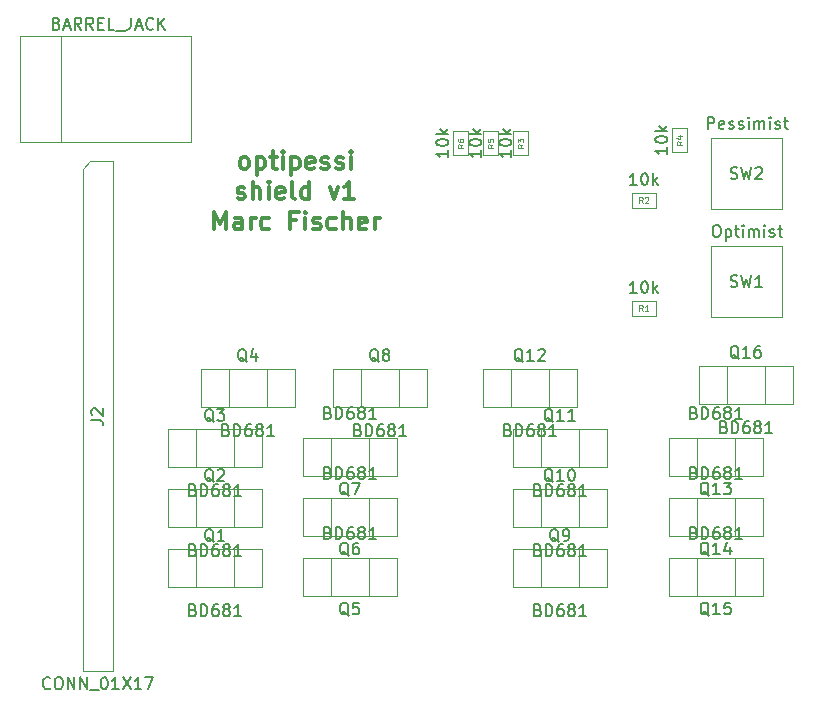
<source format=gbr>
G04 #@! TF.FileFunction,Other,Fab,Top*
%FSLAX46Y46*%
G04 Gerber Fmt 4.6, Leading zero omitted, Abs format (unit mm)*
G04 Created by KiCad (PCBNEW 4.0.6) date 01/15/18 08:07:31*
%MOMM*%
%LPD*%
G01*
G04 APERTURE LIST*
%ADD10C,0.100000*%
%ADD11C,0.300000*%
%ADD12C,0.150000*%
%ADD13C,0.075000*%
G04 APERTURE END LIST*
D10*
D11*
X100945714Y-74582571D02*
X100802856Y-74511143D01*
X100731428Y-74439714D01*
X100659999Y-74296857D01*
X100659999Y-73868286D01*
X100731428Y-73725429D01*
X100802856Y-73654000D01*
X100945714Y-73582571D01*
X101159999Y-73582571D01*
X101302856Y-73654000D01*
X101374285Y-73725429D01*
X101445714Y-73868286D01*
X101445714Y-74296857D01*
X101374285Y-74439714D01*
X101302856Y-74511143D01*
X101159999Y-74582571D01*
X100945714Y-74582571D01*
X102088571Y-73582571D02*
X102088571Y-75082571D01*
X102088571Y-73654000D02*
X102231428Y-73582571D01*
X102517142Y-73582571D01*
X102659999Y-73654000D01*
X102731428Y-73725429D01*
X102802857Y-73868286D01*
X102802857Y-74296857D01*
X102731428Y-74439714D01*
X102659999Y-74511143D01*
X102517142Y-74582571D01*
X102231428Y-74582571D01*
X102088571Y-74511143D01*
X103231428Y-73582571D02*
X103802857Y-73582571D01*
X103445714Y-73082571D02*
X103445714Y-74368286D01*
X103517142Y-74511143D01*
X103660000Y-74582571D01*
X103802857Y-74582571D01*
X104302857Y-74582571D02*
X104302857Y-73582571D01*
X104302857Y-73082571D02*
X104231428Y-73154000D01*
X104302857Y-73225429D01*
X104374285Y-73154000D01*
X104302857Y-73082571D01*
X104302857Y-73225429D01*
X105017143Y-73582571D02*
X105017143Y-75082571D01*
X105017143Y-73654000D02*
X105160000Y-73582571D01*
X105445714Y-73582571D01*
X105588571Y-73654000D01*
X105660000Y-73725429D01*
X105731429Y-73868286D01*
X105731429Y-74296857D01*
X105660000Y-74439714D01*
X105588571Y-74511143D01*
X105445714Y-74582571D01*
X105160000Y-74582571D01*
X105017143Y-74511143D01*
X106945714Y-74511143D02*
X106802857Y-74582571D01*
X106517143Y-74582571D01*
X106374286Y-74511143D01*
X106302857Y-74368286D01*
X106302857Y-73796857D01*
X106374286Y-73654000D01*
X106517143Y-73582571D01*
X106802857Y-73582571D01*
X106945714Y-73654000D01*
X107017143Y-73796857D01*
X107017143Y-73939714D01*
X106302857Y-74082571D01*
X107588571Y-74511143D02*
X107731428Y-74582571D01*
X108017143Y-74582571D01*
X108160000Y-74511143D01*
X108231428Y-74368286D01*
X108231428Y-74296857D01*
X108160000Y-74154000D01*
X108017143Y-74082571D01*
X107802857Y-74082571D01*
X107660000Y-74011143D01*
X107588571Y-73868286D01*
X107588571Y-73796857D01*
X107660000Y-73654000D01*
X107802857Y-73582571D01*
X108017143Y-73582571D01*
X108160000Y-73654000D01*
X108802857Y-74511143D02*
X108945714Y-74582571D01*
X109231429Y-74582571D01*
X109374286Y-74511143D01*
X109445714Y-74368286D01*
X109445714Y-74296857D01*
X109374286Y-74154000D01*
X109231429Y-74082571D01*
X109017143Y-74082571D01*
X108874286Y-74011143D01*
X108802857Y-73868286D01*
X108802857Y-73796857D01*
X108874286Y-73654000D01*
X109017143Y-73582571D01*
X109231429Y-73582571D01*
X109374286Y-73654000D01*
X110088572Y-74582571D02*
X110088572Y-73582571D01*
X110088572Y-73082571D02*
X110017143Y-73154000D01*
X110088572Y-73225429D01*
X110160000Y-73154000D01*
X110088572Y-73082571D01*
X110088572Y-73225429D01*
X100481429Y-77061143D02*
X100624286Y-77132571D01*
X100910001Y-77132571D01*
X101052858Y-77061143D01*
X101124286Y-76918286D01*
X101124286Y-76846857D01*
X101052858Y-76704000D01*
X100910001Y-76632571D01*
X100695715Y-76632571D01*
X100552858Y-76561143D01*
X100481429Y-76418286D01*
X100481429Y-76346857D01*
X100552858Y-76204000D01*
X100695715Y-76132571D01*
X100910001Y-76132571D01*
X101052858Y-76204000D01*
X101767144Y-77132571D02*
X101767144Y-75632571D01*
X102410001Y-77132571D02*
X102410001Y-76346857D01*
X102338572Y-76204000D01*
X102195715Y-76132571D01*
X101981430Y-76132571D01*
X101838572Y-76204000D01*
X101767144Y-76275429D01*
X103124287Y-77132571D02*
X103124287Y-76132571D01*
X103124287Y-75632571D02*
X103052858Y-75704000D01*
X103124287Y-75775429D01*
X103195715Y-75704000D01*
X103124287Y-75632571D01*
X103124287Y-75775429D01*
X104410001Y-77061143D02*
X104267144Y-77132571D01*
X103981430Y-77132571D01*
X103838573Y-77061143D01*
X103767144Y-76918286D01*
X103767144Y-76346857D01*
X103838573Y-76204000D01*
X103981430Y-76132571D01*
X104267144Y-76132571D01*
X104410001Y-76204000D01*
X104481430Y-76346857D01*
X104481430Y-76489714D01*
X103767144Y-76632571D01*
X105338573Y-77132571D02*
X105195715Y-77061143D01*
X105124287Y-76918286D01*
X105124287Y-75632571D01*
X106552858Y-77132571D02*
X106552858Y-75632571D01*
X106552858Y-77061143D02*
X106410001Y-77132571D01*
X106124287Y-77132571D01*
X105981429Y-77061143D01*
X105910001Y-76989714D01*
X105838572Y-76846857D01*
X105838572Y-76418286D01*
X105910001Y-76275429D01*
X105981429Y-76204000D01*
X106124287Y-76132571D01*
X106410001Y-76132571D01*
X106552858Y-76204000D01*
X108267144Y-76132571D02*
X108624287Y-77132571D01*
X108981429Y-76132571D01*
X110338572Y-77132571D02*
X109481429Y-77132571D01*
X109910001Y-77132571D02*
X109910001Y-75632571D01*
X109767144Y-75846857D01*
X109624286Y-75989714D01*
X109481429Y-76061143D01*
X98517144Y-79682571D02*
X98517144Y-78182571D01*
X99017144Y-79254000D01*
X99517144Y-78182571D01*
X99517144Y-79682571D01*
X100874287Y-79682571D02*
X100874287Y-78896857D01*
X100802858Y-78754000D01*
X100660001Y-78682571D01*
X100374287Y-78682571D01*
X100231430Y-78754000D01*
X100874287Y-79611143D02*
X100731430Y-79682571D01*
X100374287Y-79682571D01*
X100231430Y-79611143D01*
X100160001Y-79468286D01*
X100160001Y-79325429D01*
X100231430Y-79182571D01*
X100374287Y-79111143D01*
X100731430Y-79111143D01*
X100874287Y-79039714D01*
X101588573Y-79682571D02*
X101588573Y-78682571D01*
X101588573Y-78968286D02*
X101660001Y-78825429D01*
X101731430Y-78754000D01*
X101874287Y-78682571D01*
X102017144Y-78682571D01*
X103160001Y-79611143D02*
X103017144Y-79682571D01*
X102731430Y-79682571D01*
X102588572Y-79611143D01*
X102517144Y-79539714D01*
X102445715Y-79396857D01*
X102445715Y-78968286D01*
X102517144Y-78825429D01*
X102588572Y-78754000D01*
X102731430Y-78682571D01*
X103017144Y-78682571D01*
X103160001Y-78754000D01*
X105445715Y-78896857D02*
X104945715Y-78896857D01*
X104945715Y-79682571D02*
X104945715Y-78182571D01*
X105660001Y-78182571D01*
X106231429Y-79682571D02*
X106231429Y-78682571D01*
X106231429Y-78182571D02*
X106160000Y-78254000D01*
X106231429Y-78325429D01*
X106302857Y-78254000D01*
X106231429Y-78182571D01*
X106231429Y-78325429D01*
X106874286Y-79611143D02*
X107017143Y-79682571D01*
X107302858Y-79682571D01*
X107445715Y-79611143D01*
X107517143Y-79468286D01*
X107517143Y-79396857D01*
X107445715Y-79254000D01*
X107302858Y-79182571D01*
X107088572Y-79182571D01*
X106945715Y-79111143D01*
X106874286Y-78968286D01*
X106874286Y-78896857D01*
X106945715Y-78754000D01*
X107088572Y-78682571D01*
X107302858Y-78682571D01*
X107445715Y-78754000D01*
X108802858Y-79611143D02*
X108660001Y-79682571D01*
X108374287Y-79682571D01*
X108231429Y-79611143D01*
X108160001Y-79539714D01*
X108088572Y-79396857D01*
X108088572Y-78968286D01*
X108160001Y-78825429D01*
X108231429Y-78754000D01*
X108374287Y-78682571D01*
X108660001Y-78682571D01*
X108802858Y-78754000D01*
X109445715Y-79682571D02*
X109445715Y-78182571D01*
X110088572Y-79682571D02*
X110088572Y-78896857D01*
X110017143Y-78754000D01*
X109874286Y-78682571D01*
X109660001Y-78682571D01*
X109517143Y-78754000D01*
X109445715Y-78825429D01*
X111374286Y-79611143D02*
X111231429Y-79682571D01*
X110945715Y-79682571D01*
X110802858Y-79611143D01*
X110731429Y-79468286D01*
X110731429Y-78896857D01*
X110802858Y-78754000D01*
X110945715Y-78682571D01*
X111231429Y-78682571D01*
X111374286Y-78754000D01*
X111445715Y-78896857D01*
X111445715Y-79039714D01*
X110731429Y-79182571D01*
X112088572Y-79682571D02*
X112088572Y-78682571D01*
X112088572Y-78968286D02*
X112160000Y-78825429D01*
X112231429Y-78754000D01*
X112374286Y-78682571D01*
X112517143Y-78682571D01*
D10*
X85558000Y-63318000D02*
X85558000Y-72318000D01*
X82058000Y-63318000D02*
X82058000Y-72318000D01*
X82058000Y-72318000D02*
X96558000Y-72318000D01*
X96558000Y-72318000D02*
X96558000Y-63318000D01*
X96558000Y-63318000D02*
X82058000Y-63318000D01*
X88011000Y-73914000D02*
X89916000Y-73914000D01*
X89916000Y-73914000D02*
X89916000Y-117094000D01*
X89916000Y-117094000D02*
X87376000Y-117094000D01*
X87376000Y-117094000D02*
X87376000Y-74549000D01*
X87376000Y-74549000D02*
X88011000Y-73914000D01*
X135874000Y-85740000D02*
X135874000Y-86980000D01*
X133874000Y-85740000D02*
X135874000Y-85740000D01*
X133874000Y-86980000D02*
X133874000Y-85740000D01*
X135874000Y-86980000D02*
X133874000Y-86980000D01*
X135874000Y-76596000D02*
X135874000Y-77836000D01*
X133874000Y-76596000D02*
X135874000Y-76596000D01*
X133874000Y-77836000D02*
X133874000Y-76596000D01*
X135874000Y-77836000D02*
X133874000Y-77836000D01*
X125080000Y-73390000D02*
X123840000Y-73390000D01*
X125080000Y-71390000D02*
X125080000Y-73390000D01*
X123840000Y-71390000D02*
X125080000Y-71390000D01*
X123840000Y-73390000D02*
X123840000Y-71390000D01*
X138542000Y-73136000D02*
X137302000Y-73136000D01*
X138542000Y-71136000D02*
X138542000Y-73136000D01*
X137302000Y-71136000D02*
X138542000Y-71136000D01*
X137302000Y-73136000D02*
X137302000Y-71136000D01*
X122540000Y-73390000D02*
X121300000Y-73390000D01*
X122540000Y-71390000D02*
X122540000Y-73390000D01*
X121300000Y-71390000D02*
X122540000Y-71390000D01*
X121300000Y-73390000D02*
X121300000Y-71390000D01*
X120000000Y-73390000D02*
X118760000Y-73390000D01*
X120000000Y-71390000D02*
X120000000Y-73390000D01*
X118760000Y-71390000D02*
X120000000Y-71390000D01*
X118760000Y-73390000D02*
X118760000Y-71390000D01*
X146562000Y-87110000D02*
X146562000Y-81110000D01*
X140562000Y-87110000D02*
X140562000Y-81110000D01*
X146562000Y-87110000D02*
X140562000Y-87110000D01*
X146562000Y-81110000D02*
X140562000Y-81110000D01*
X146562000Y-77966000D02*
X146562000Y-71966000D01*
X140562000Y-77966000D02*
X140562000Y-71966000D01*
X146562000Y-77966000D02*
X140562000Y-77966000D01*
X146562000Y-71966000D02*
X140562000Y-71966000D01*
X94552000Y-106712000D02*
X94552000Y-109962000D01*
X94552000Y-109962000D02*
X102552000Y-109962000D01*
X102552000Y-109962000D02*
X102552000Y-106712000D01*
X102552000Y-106712000D02*
X94552000Y-106712000D01*
X96952000Y-106712000D02*
X96952000Y-109962000D01*
X100152000Y-106712000D02*
X100152000Y-109962000D01*
X94552000Y-101632000D02*
X94552000Y-104882000D01*
X94552000Y-104882000D02*
X102552000Y-104882000D01*
X102552000Y-104882000D02*
X102552000Y-101632000D01*
X102552000Y-101632000D02*
X94552000Y-101632000D01*
X96952000Y-101632000D02*
X96952000Y-104882000D01*
X100152000Y-101632000D02*
X100152000Y-104882000D01*
X94552000Y-96552000D02*
X94552000Y-99802000D01*
X94552000Y-99802000D02*
X102552000Y-99802000D01*
X102552000Y-99802000D02*
X102552000Y-96552000D01*
X102552000Y-96552000D02*
X94552000Y-96552000D01*
X96952000Y-96552000D02*
X96952000Y-99802000D01*
X100152000Y-96552000D02*
X100152000Y-99802000D01*
X97346000Y-91472000D02*
X97346000Y-94722000D01*
X97346000Y-94722000D02*
X105346000Y-94722000D01*
X105346000Y-94722000D02*
X105346000Y-91472000D01*
X105346000Y-91472000D02*
X97346000Y-91472000D01*
X99746000Y-91472000D02*
X99746000Y-94722000D01*
X102946000Y-91472000D02*
X102946000Y-94722000D01*
X113982000Y-110712000D02*
X113982000Y-107462000D01*
X113982000Y-107462000D02*
X105982000Y-107462000D01*
X105982000Y-107462000D02*
X105982000Y-110712000D01*
X105982000Y-110712000D02*
X113982000Y-110712000D01*
X111582000Y-110712000D02*
X111582000Y-107462000D01*
X108382000Y-110712000D02*
X108382000Y-107462000D01*
X113982000Y-105632000D02*
X113982000Y-102382000D01*
X113982000Y-102382000D02*
X105982000Y-102382000D01*
X105982000Y-102382000D02*
X105982000Y-105632000D01*
X105982000Y-105632000D02*
X113982000Y-105632000D01*
X111582000Y-105632000D02*
X111582000Y-102382000D01*
X108382000Y-105632000D02*
X108382000Y-102382000D01*
X113982000Y-100552000D02*
X113982000Y-97302000D01*
X113982000Y-97302000D02*
X105982000Y-97302000D01*
X105982000Y-97302000D02*
X105982000Y-100552000D01*
X105982000Y-100552000D02*
X113982000Y-100552000D01*
X111582000Y-100552000D02*
X111582000Y-97302000D01*
X108382000Y-100552000D02*
X108382000Y-97302000D01*
X108522000Y-91472000D02*
X108522000Y-94722000D01*
X108522000Y-94722000D02*
X116522000Y-94722000D01*
X116522000Y-94722000D02*
X116522000Y-91472000D01*
X116522000Y-91472000D02*
X108522000Y-91472000D01*
X110922000Y-91472000D02*
X110922000Y-94722000D01*
X114122000Y-91472000D02*
X114122000Y-94722000D01*
X123762000Y-106712000D02*
X123762000Y-109962000D01*
X123762000Y-109962000D02*
X131762000Y-109962000D01*
X131762000Y-109962000D02*
X131762000Y-106712000D01*
X131762000Y-106712000D02*
X123762000Y-106712000D01*
X126162000Y-106712000D02*
X126162000Y-109962000D01*
X129362000Y-106712000D02*
X129362000Y-109962000D01*
X123762000Y-101632000D02*
X123762000Y-104882000D01*
X123762000Y-104882000D02*
X131762000Y-104882000D01*
X131762000Y-104882000D02*
X131762000Y-101632000D01*
X131762000Y-101632000D02*
X123762000Y-101632000D01*
X126162000Y-101632000D02*
X126162000Y-104882000D01*
X129362000Y-101632000D02*
X129362000Y-104882000D01*
X123762000Y-96552000D02*
X123762000Y-99802000D01*
X123762000Y-99802000D02*
X131762000Y-99802000D01*
X131762000Y-99802000D02*
X131762000Y-96552000D01*
X131762000Y-96552000D02*
X123762000Y-96552000D01*
X126162000Y-96552000D02*
X126162000Y-99802000D01*
X129362000Y-96552000D02*
X129362000Y-99802000D01*
X121222000Y-91472000D02*
X121222000Y-94722000D01*
X121222000Y-94722000D02*
X129222000Y-94722000D01*
X129222000Y-94722000D02*
X129222000Y-91472000D01*
X129222000Y-91472000D02*
X121222000Y-91472000D01*
X123622000Y-91472000D02*
X123622000Y-94722000D01*
X126822000Y-91472000D02*
X126822000Y-94722000D01*
X144970000Y-100552000D02*
X144970000Y-97302000D01*
X144970000Y-97302000D02*
X136970000Y-97302000D01*
X136970000Y-97302000D02*
X136970000Y-100552000D01*
X136970000Y-100552000D02*
X144970000Y-100552000D01*
X142570000Y-100552000D02*
X142570000Y-97302000D01*
X139370000Y-100552000D02*
X139370000Y-97302000D01*
X144970000Y-105632000D02*
X144970000Y-102382000D01*
X144970000Y-102382000D02*
X136970000Y-102382000D01*
X136970000Y-102382000D02*
X136970000Y-105632000D01*
X136970000Y-105632000D02*
X144970000Y-105632000D01*
X142570000Y-105632000D02*
X142570000Y-102382000D01*
X139370000Y-105632000D02*
X139370000Y-102382000D01*
X144970000Y-110712000D02*
X144970000Y-107462000D01*
X144970000Y-107462000D02*
X136970000Y-107462000D01*
X136970000Y-107462000D02*
X136970000Y-110712000D01*
X136970000Y-110712000D02*
X144970000Y-110712000D01*
X142570000Y-110712000D02*
X142570000Y-107462000D01*
X139370000Y-110712000D02*
X139370000Y-107462000D01*
X139510000Y-91218000D02*
X139510000Y-94468000D01*
X139510000Y-94468000D02*
X147510000Y-94468000D01*
X147510000Y-94468000D02*
X147510000Y-91218000D01*
X147510000Y-91218000D02*
X139510000Y-91218000D01*
X141910000Y-91218000D02*
X141910000Y-94468000D01*
X145110000Y-91218000D02*
X145110000Y-94468000D01*
D12*
X85153238Y-62246571D02*
X85296095Y-62294190D01*
X85343714Y-62341810D01*
X85391333Y-62437048D01*
X85391333Y-62579905D01*
X85343714Y-62675143D01*
X85296095Y-62722762D01*
X85200857Y-62770381D01*
X84819904Y-62770381D01*
X84819904Y-61770381D01*
X85153238Y-61770381D01*
X85248476Y-61818000D01*
X85296095Y-61865619D01*
X85343714Y-61960857D01*
X85343714Y-62056095D01*
X85296095Y-62151333D01*
X85248476Y-62198952D01*
X85153238Y-62246571D01*
X84819904Y-62246571D01*
X85772285Y-62484667D02*
X86248476Y-62484667D01*
X85677047Y-62770381D02*
X86010380Y-61770381D01*
X86343714Y-62770381D01*
X87248476Y-62770381D02*
X86915142Y-62294190D01*
X86677047Y-62770381D02*
X86677047Y-61770381D01*
X87058000Y-61770381D01*
X87153238Y-61818000D01*
X87200857Y-61865619D01*
X87248476Y-61960857D01*
X87248476Y-62103714D01*
X87200857Y-62198952D01*
X87153238Y-62246571D01*
X87058000Y-62294190D01*
X86677047Y-62294190D01*
X88248476Y-62770381D02*
X87915142Y-62294190D01*
X87677047Y-62770381D02*
X87677047Y-61770381D01*
X88058000Y-61770381D01*
X88153238Y-61818000D01*
X88200857Y-61865619D01*
X88248476Y-61960857D01*
X88248476Y-62103714D01*
X88200857Y-62198952D01*
X88153238Y-62246571D01*
X88058000Y-62294190D01*
X87677047Y-62294190D01*
X88677047Y-62246571D02*
X89010381Y-62246571D01*
X89153238Y-62770381D02*
X88677047Y-62770381D01*
X88677047Y-61770381D01*
X89153238Y-61770381D01*
X90058000Y-62770381D02*
X89581809Y-62770381D01*
X89581809Y-61770381D01*
X90153238Y-62865619D02*
X90915143Y-62865619D01*
X91438953Y-61770381D02*
X91438953Y-62484667D01*
X91391333Y-62627524D01*
X91296095Y-62722762D01*
X91153238Y-62770381D01*
X91058000Y-62770381D01*
X91867524Y-62484667D02*
X92343715Y-62484667D01*
X91772286Y-62770381D02*
X92105619Y-61770381D01*
X92438953Y-62770381D01*
X93343715Y-62675143D02*
X93296096Y-62722762D01*
X93153239Y-62770381D01*
X93058001Y-62770381D01*
X92915143Y-62722762D01*
X92819905Y-62627524D01*
X92772286Y-62532286D01*
X92724667Y-62341810D01*
X92724667Y-62198952D01*
X92772286Y-62008476D01*
X92819905Y-61913238D01*
X92915143Y-61818000D01*
X93058001Y-61770381D01*
X93153239Y-61770381D01*
X93296096Y-61818000D01*
X93343715Y-61865619D01*
X93772286Y-62770381D02*
X93772286Y-61770381D01*
X94343715Y-62770381D02*
X93915143Y-62198952D01*
X94343715Y-61770381D02*
X93772286Y-62341810D01*
X84622191Y-118511143D02*
X84574572Y-118558762D01*
X84431715Y-118606381D01*
X84336477Y-118606381D01*
X84193619Y-118558762D01*
X84098381Y-118463524D01*
X84050762Y-118368286D01*
X84003143Y-118177810D01*
X84003143Y-118034952D01*
X84050762Y-117844476D01*
X84098381Y-117749238D01*
X84193619Y-117654000D01*
X84336477Y-117606381D01*
X84431715Y-117606381D01*
X84574572Y-117654000D01*
X84622191Y-117701619D01*
X85241238Y-117606381D02*
X85431715Y-117606381D01*
X85526953Y-117654000D01*
X85622191Y-117749238D01*
X85669810Y-117939714D01*
X85669810Y-118273048D01*
X85622191Y-118463524D01*
X85526953Y-118558762D01*
X85431715Y-118606381D01*
X85241238Y-118606381D01*
X85146000Y-118558762D01*
X85050762Y-118463524D01*
X85003143Y-118273048D01*
X85003143Y-117939714D01*
X85050762Y-117749238D01*
X85146000Y-117654000D01*
X85241238Y-117606381D01*
X86098381Y-118606381D02*
X86098381Y-117606381D01*
X86669810Y-118606381D01*
X86669810Y-117606381D01*
X87146000Y-118606381D02*
X87146000Y-117606381D01*
X87717429Y-118606381D01*
X87717429Y-117606381D01*
X87955524Y-118701619D02*
X88717429Y-118701619D01*
X89146000Y-117606381D02*
X89241239Y-117606381D01*
X89336477Y-117654000D01*
X89384096Y-117701619D01*
X89431715Y-117796857D01*
X89479334Y-117987333D01*
X89479334Y-118225429D01*
X89431715Y-118415905D01*
X89384096Y-118511143D01*
X89336477Y-118558762D01*
X89241239Y-118606381D01*
X89146000Y-118606381D01*
X89050762Y-118558762D01*
X89003143Y-118511143D01*
X88955524Y-118415905D01*
X88907905Y-118225429D01*
X88907905Y-117987333D01*
X88955524Y-117796857D01*
X89003143Y-117701619D01*
X89050762Y-117654000D01*
X89146000Y-117606381D01*
X90431715Y-118606381D02*
X89860286Y-118606381D01*
X90146000Y-118606381D02*
X90146000Y-117606381D01*
X90050762Y-117749238D01*
X89955524Y-117844476D01*
X89860286Y-117892095D01*
X90765048Y-117606381D02*
X91431715Y-118606381D01*
X91431715Y-117606381D02*
X90765048Y-118606381D01*
X92336477Y-118606381D02*
X91765048Y-118606381D01*
X92050762Y-118606381D02*
X92050762Y-117606381D01*
X91955524Y-117749238D01*
X91860286Y-117844476D01*
X91765048Y-117892095D01*
X92669810Y-117606381D02*
X93336477Y-117606381D01*
X92907905Y-118606381D01*
X88098381Y-95837333D02*
X88812667Y-95837333D01*
X88955524Y-95884953D01*
X89050762Y-95980191D01*
X89098381Y-96123048D01*
X89098381Y-96218286D01*
X88193619Y-95408762D02*
X88146000Y-95361143D01*
X88098381Y-95265905D01*
X88098381Y-95027809D01*
X88146000Y-94932571D01*
X88193619Y-94884952D01*
X88288857Y-94837333D01*
X88384095Y-94837333D01*
X88526952Y-94884952D01*
X89098381Y-95456381D01*
X89098381Y-94837333D01*
X134278762Y-85062381D02*
X133707333Y-85062381D01*
X133993047Y-85062381D02*
X133993047Y-84062381D01*
X133897809Y-84205238D01*
X133802571Y-84300476D01*
X133707333Y-84348095D01*
X134897809Y-84062381D02*
X134993048Y-84062381D01*
X135088286Y-84110000D01*
X135135905Y-84157619D01*
X135183524Y-84252857D01*
X135231143Y-84443333D01*
X135231143Y-84681429D01*
X135183524Y-84871905D01*
X135135905Y-84967143D01*
X135088286Y-85014762D01*
X134993048Y-85062381D01*
X134897809Y-85062381D01*
X134802571Y-85014762D01*
X134754952Y-84967143D01*
X134707333Y-84871905D01*
X134659714Y-84681429D01*
X134659714Y-84443333D01*
X134707333Y-84252857D01*
X134754952Y-84157619D01*
X134802571Y-84110000D01*
X134897809Y-84062381D01*
X135659714Y-85062381D02*
X135659714Y-84062381D01*
X135754952Y-84681429D02*
X136040667Y-85062381D01*
X136040667Y-84395714D02*
X135659714Y-84776667D01*
D13*
X134790667Y-86586190D02*
X134624000Y-86348095D01*
X134504953Y-86586190D02*
X134504953Y-86086190D01*
X134695429Y-86086190D01*
X134743048Y-86110000D01*
X134766857Y-86133810D01*
X134790667Y-86181429D01*
X134790667Y-86252857D01*
X134766857Y-86300476D01*
X134743048Y-86324286D01*
X134695429Y-86348095D01*
X134504953Y-86348095D01*
X135266857Y-86586190D02*
X134981143Y-86586190D01*
X135124000Y-86586190D02*
X135124000Y-86086190D01*
X135076381Y-86157619D01*
X135028762Y-86205238D01*
X134981143Y-86229048D01*
D12*
X134278762Y-75918381D02*
X133707333Y-75918381D01*
X133993047Y-75918381D02*
X133993047Y-74918381D01*
X133897809Y-75061238D01*
X133802571Y-75156476D01*
X133707333Y-75204095D01*
X134897809Y-74918381D02*
X134993048Y-74918381D01*
X135088286Y-74966000D01*
X135135905Y-75013619D01*
X135183524Y-75108857D01*
X135231143Y-75299333D01*
X135231143Y-75537429D01*
X135183524Y-75727905D01*
X135135905Y-75823143D01*
X135088286Y-75870762D01*
X134993048Y-75918381D01*
X134897809Y-75918381D01*
X134802571Y-75870762D01*
X134754952Y-75823143D01*
X134707333Y-75727905D01*
X134659714Y-75537429D01*
X134659714Y-75299333D01*
X134707333Y-75108857D01*
X134754952Y-75013619D01*
X134802571Y-74966000D01*
X134897809Y-74918381D01*
X135659714Y-75918381D02*
X135659714Y-74918381D01*
X135754952Y-75537429D02*
X136040667Y-75918381D01*
X136040667Y-75251714D02*
X135659714Y-75632667D01*
D13*
X134790667Y-77442190D02*
X134624000Y-77204095D01*
X134504953Y-77442190D02*
X134504953Y-76942190D01*
X134695429Y-76942190D01*
X134743048Y-76966000D01*
X134766857Y-76989810D01*
X134790667Y-77037429D01*
X134790667Y-77108857D01*
X134766857Y-77156476D01*
X134743048Y-77180286D01*
X134695429Y-77204095D01*
X134504953Y-77204095D01*
X134981143Y-76989810D02*
X135004953Y-76966000D01*
X135052572Y-76942190D01*
X135171619Y-76942190D01*
X135219238Y-76966000D01*
X135243048Y-76989810D01*
X135266857Y-77037429D01*
X135266857Y-77085048D01*
X135243048Y-77156476D01*
X134957334Y-77442190D01*
X135266857Y-77442190D01*
D12*
X123642381Y-72985238D02*
X123642381Y-73556667D01*
X123642381Y-73270953D02*
X122642381Y-73270953D01*
X122785238Y-73366191D01*
X122880476Y-73461429D01*
X122928095Y-73556667D01*
X122642381Y-72366191D02*
X122642381Y-72270952D01*
X122690000Y-72175714D01*
X122737619Y-72128095D01*
X122832857Y-72080476D01*
X123023333Y-72032857D01*
X123261429Y-72032857D01*
X123451905Y-72080476D01*
X123547143Y-72128095D01*
X123594762Y-72175714D01*
X123642381Y-72270952D01*
X123642381Y-72366191D01*
X123594762Y-72461429D01*
X123547143Y-72509048D01*
X123451905Y-72556667D01*
X123261429Y-72604286D01*
X123023333Y-72604286D01*
X122832857Y-72556667D01*
X122737619Y-72509048D01*
X122690000Y-72461429D01*
X122642381Y-72366191D01*
X123642381Y-71604286D02*
X122642381Y-71604286D01*
X123261429Y-71509048D02*
X123642381Y-71223333D01*
X122975714Y-71223333D02*
X123356667Y-71604286D01*
D13*
X124686190Y-72473333D02*
X124448095Y-72640000D01*
X124686190Y-72759047D02*
X124186190Y-72759047D01*
X124186190Y-72568571D01*
X124210000Y-72520952D01*
X124233810Y-72497143D01*
X124281429Y-72473333D01*
X124352857Y-72473333D01*
X124400476Y-72497143D01*
X124424286Y-72520952D01*
X124448095Y-72568571D01*
X124448095Y-72759047D01*
X124186190Y-72306666D02*
X124186190Y-71997143D01*
X124376667Y-72163809D01*
X124376667Y-72092381D01*
X124400476Y-72044762D01*
X124424286Y-72020952D01*
X124471905Y-71997143D01*
X124590952Y-71997143D01*
X124638571Y-72020952D01*
X124662381Y-72044762D01*
X124686190Y-72092381D01*
X124686190Y-72235238D01*
X124662381Y-72282857D01*
X124638571Y-72306666D01*
D12*
X136850381Y-72731238D02*
X136850381Y-73302667D01*
X136850381Y-73016953D02*
X135850381Y-73016953D01*
X135993238Y-73112191D01*
X136088476Y-73207429D01*
X136136095Y-73302667D01*
X135850381Y-72112191D02*
X135850381Y-72016952D01*
X135898000Y-71921714D01*
X135945619Y-71874095D01*
X136040857Y-71826476D01*
X136231333Y-71778857D01*
X136469429Y-71778857D01*
X136659905Y-71826476D01*
X136755143Y-71874095D01*
X136802762Y-71921714D01*
X136850381Y-72016952D01*
X136850381Y-72112191D01*
X136802762Y-72207429D01*
X136755143Y-72255048D01*
X136659905Y-72302667D01*
X136469429Y-72350286D01*
X136231333Y-72350286D01*
X136040857Y-72302667D01*
X135945619Y-72255048D01*
X135898000Y-72207429D01*
X135850381Y-72112191D01*
X136850381Y-71350286D02*
X135850381Y-71350286D01*
X136469429Y-71255048D02*
X136850381Y-70969333D01*
X136183714Y-70969333D02*
X136564667Y-71350286D01*
D13*
X138148190Y-72219333D02*
X137910095Y-72386000D01*
X138148190Y-72505047D02*
X137648190Y-72505047D01*
X137648190Y-72314571D01*
X137672000Y-72266952D01*
X137695810Y-72243143D01*
X137743429Y-72219333D01*
X137814857Y-72219333D01*
X137862476Y-72243143D01*
X137886286Y-72266952D01*
X137910095Y-72314571D01*
X137910095Y-72505047D01*
X137814857Y-71790762D02*
X138148190Y-71790762D01*
X137624381Y-71909809D02*
X137981524Y-72028857D01*
X137981524Y-71719333D01*
D12*
X121102381Y-72985238D02*
X121102381Y-73556667D01*
X121102381Y-73270953D02*
X120102381Y-73270953D01*
X120245238Y-73366191D01*
X120340476Y-73461429D01*
X120388095Y-73556667D01*
X120102381Y-72366191D02*
X120102381Y-72270952D01*
X120150000Y-72175714D01*
X120197619Y-72128095D01*
X120292857Y-72080476D01*
X120483333Y-72032857D01*
X120721429Y-72032857D01*
X120911905Y-72080476D01*
X121007143Y-72128095D01*
X121054762Y-72175714D01*
X121102381Y-72270952D01*
X121102381Y-72366191D01*
X121054762Y-72461429D01*
X121007143Y-72509048D01*
X120911905Y-72556667D01*
X120721429Y-72604286D01*
X120483333Y-72604286D01*
X120292857Y-72556667D01*
X120197619Y-72509048D01*
X120150000Y-72461429D01*
X120102381Y-72366191D01*
X121102381Y-71604286D02*
X120102381Y-71604286D01*
X120721429Y-71509048D02*
X121102381Y-71223333D01*
X120435714Y-71223333D02*
X120816667Y-71604286D01*
D13*
X122146190Y-72473333D02*
X121908095Y-72640000D01*
X122146190Y-72759047D02*
X121646190Y-72759047D01*
X121646190Y-72568571D01*
X121670000Y-72520952D01*
X121693810Y-72497143D01*
X121741429Y-72473333D01*
X121812857Y-72473333D01*
X121860476Y-72497143D01*
X121884286Y-72520952D01*
X121908095Y-72568571D01*
X121908095Y-72759047D01*
X121646190Y-72020952D02*
X121646190Y-72259047D01*
X121884286Y-72282857D01*
X121860476Y-72259047D01*
X121836667Y-72211428D01*
X121836667Y-72092381D01*
X121860476Y-72044762D01*
X121884286Y-72020952D01*
X121931905Y-71997143D01*
X122050952Y-71997143D01*
X122098571Y-72020952D01*
X122122381Y-72044762D01*
X122146190Y-72092381D01*
X122146190Y-72211428D01*
X122122381Y-72259047D01*
X122098571Y-72282857D01*
D12*
X118308381Y-72985238D02*
X118308381Y-73556667D01*
X118308381Y-73270953D02*
X117308381Y-73270953D01*
X117451238Y-73366191D01*
X117546476Y-73461429D01*
X117594095Y-73556667D01*
X117308381Y-72366191D02*
X117308381Y-72270952D01*
X117356000Y-72175714D01*
X117403619Y-72128095D01*
X117498857Y-72080476D01*
X117689333Y-72032857D01*
X117927429Y-72032857D01*
X118117905Y-72080476D01*
X118213143Y-72128095D01*
X118260762Y-72175714D01*
X118308381Y-72270952D01*
X118308381Y-72366191D01*
X118260762Y-72461429D01*
X118213143Y-72509048D01*
X118117905Y-72556667D01*
X117927429Y-72604286D01*
X117689333Y-72604286D01*
X117498857Y-72556667D01*
X117403619Y-72509048D01*
X117356000Y-72461429D01*
X117308381Y-72366191D01*
X118308381Y-71604286D02*
X117308381Y-71604286D01*
X117927429Y-71509048D02*
X118308381Y-71223333D01*
X117641714Y-71223333D02*
X118022667Y-71604286D01*
D13*
X119606190Y-72473333D02*
X119368095Y-72640000D01*
X119606190Y-72759047D02*
X119106190Y-72759047D01*
X119106190Y-72568571D01*
X119130000Y-72520952D01*
X119153810Y-72497143D01*
X119201429Y-72473333D01*
X119272857Y-72473333D01*
X119320476Y-72497143D01*
X119344286Y-72520952D01*
X119368095Y-72568571D01*
X119368095Y-72759047D01*
X119106190Y-72044762D02*
X119106190Y-72140000D01*
X119130000Y-72187619D01*
X119153810Y-72211428D01*
X119225238Y-72259047D01*
X119320476Y-72282857D01*
X119510952Y-72282857D01*
X119558571Y-72259047D01*
X119582381Y-72235238D01*
X119606190Y-72187619D01*
X119606190Y-72092381D01*
X119582381Y-72044762D01*
X119558571Y-72020952D01*
X119510952Y-71997143D01*
X119391905Y-71997143D01*
X119344286Y-72020952D01*
X119320476Y-72044762D01*
X119296667Y-72092381D01*
X119296667Y-72187619D01*
X119320476Y-72235238D01*
X119344286Y-72259047D01*
X119391905Y-72282857D01*
D12*
X140945333Y-79312381D02*
X141135810Y-79312381D01*
X141231048Y-79360000D01*
X141326286Y-79455238D01*
X141373905Y-79645714D01*
X141373905Y-79979048D01*
X141326286Y-80169524D01*
X141231048Y-80264762D01*
X141135810Y-80312381D01*
X140945333Y-80312381D01*
X140850095Y-80264762D01*
X140754857Y-80169524D01*
X140707238Y-79979048D01*
X140707238Y-79645714D01*
X140754857Y-79455238D01*
X140850095Y-79360000D01*
X140945333Y-79312381D01*
X141802476Y-79645714D02*
X141802476Y-80645714D01*
X141802476Y-79693333D02*
X141897714Y-79645714D01*
X142088191Y-79645714D01*
X142183429Y-79693333D01*
X142231048Y-79740952D01*
X142278667Y-79836190D01*
X142278667Y-80121905D01*
X142231048Y-80217143D01*
X142183429Y-80264762D01*
X142088191Y-80312381D01*
X141897714Y-80312381D01*
X141802476Y-80264762D01*
X142564381Y-79645714D02*
X142945333Y-79645714D01*
X142707238Y-79312381D02*
X142707238Y-80169524D01*
X142754857Y-80264762D01*
X142850095Y-80312381D01*
X142945333Y-80312381D01*
X143278667Y-80312381D02*
X143278667Y-79645714D01*
X143278667Y-79312381D02*
X143231048Y-79360000D01*
X143278667Y-79407619D01*
X143326286Y-79360000D01*
X143278667Y-79312381D01*
X143278667Y-79407619D01*
X143754857Y-80312381D02*
X143754857Y-79645714D01*
X143754857Y-79740952D02*
X143802476Y-79693333D01*
X143897714Y-79645714D01*
X144040572Y-79645714D01*
X144135810Y-79693333D01*
X144183429Y-79788571D01*
X144183429Y-80312381D01*
X144183429Y-79788571D02*
X144231048Y-79693333D01*
X144326286Y-79645714D01*
X144469143Y-79645714D01*
X144564381Y-79693333D01*
X144612000Y-79788571D01*
X144612000Y-80312381D01*
X145088190Y-80312381D02*
X145088190Y-79645714D01*
X145088190Y-79312381D02*
X145040571Y-79360000D01*
X145088190Y-79407619D01*
X145135809Y-79360000D01*
X145088190Y-79312381D01*
X145088190Y-79407619D01*
X145516761Y-80264762D02*
X145611999Y-80312381D01*
X145802475Y-80312381D01*
X145897714Y-80264762D01*
X145945333Y-80169524D01*
X145945333Y-80121905D01*
X145897714Y-80026667D01*
X145802475Y-79979048D01*
X145659618Y-79979048D01*
X145564380Y-79931429D01*
X145516761Y-79836190D01*
X145516761Y-79788571D01*
X145564380Y-79693333D01*
X145659618Y-79645714D01*
X145802475Y-79645714D01*
X145897714Y-79693333D01*
X146231047Y-79645714D02*
X146611999Y-79645714D01*
X146373904Y-79312381D02*
X146373904Y-80169524D01*
X146421523Y-80264762D01*
X146516761Y-80312381D01*
X146611999Y-80312381D01*
X142228667Y-84514762D02*
X142371524Y-84562381D01*
X142609620Y-84562381D01*
X142704858Y-84514762D01*
X142752477Y-84467143D01*
X142800096Y-84371905D01*
X142800096Y-84276667D01*
X142752477Y-84181429D01*
X142704858Y-84133810D01*
X142609620Y-84086190D01*
X142419143Y-84038571D01*
X142323905Y-83990952D01*
X142276286Y-83943333D01*
X142228667Y-83848095D01*
X142228667Y-83752857D01*
X142276286Y-83657619D01*
X142323905Y-83610000D01*
X142419143Y-83562381D01*
X142657239Y-83562381D01*
X142800096Y-83610000D01*
X143133429Y-83562381D02*
X143371524Y-84562381D01*
X143562001Y-83848095D01*
X143752477Y-84562381D01*
X143990572Y-83562381D01*
X144895334Y-84562381D02*
X144323905Y-84562381D01*
X144609619Y-84562381D02*
X144609619Y-83562381D01*
X144514381Y-83705238D01*
X144419143Y-83800476D01*
X144323905Y-83848095D01*
X140278667Y-71168381D02*
X140278667Y-70168381D01*
X140659620Y-70168381D01*
X140754858Y-70216000D01*
X140802477Y-70263619D01*
X140850096Y-70358857D01*
X140850096Y-70501714D01*
X140802477Y-70596952D01*
X140754858Y-70644571D01*
X140659620Y-70692190D01*
X140278667Y-70692190D01*
X141659620Y-71120762D02*
X141564382Y-71168381D01*
X141373905Y-71168381D01*
X141278667Y-71120762D01*
X141231048Y-71025524D01*
X141231048Y-70644571D01*
X141278667Y-70549333D01*
X141373905Y-70501714D01*
X141564382Y-70501714D01*
X141659620Y-70549333D01*
X141707239Y-70644571D01*
X141707239Y-70739810D01*
X141231048Y-70835048D01*
X142088191Y-71120762D02*
X142183429Y-71168381D01*
X142373905Y-71168381D01*
X142469144Y-71120762D01*
X142516763Y-71025524D01*
X142516763Y-70977905D01*
X142469144Y-70882667D01*
X142373905Y-70835048D01*
X142231048Y-70835048D01*
X142135810Y-70787429D01*
X142088191Y-70692190D01*
X142088191Y-70644571D01*
X142135810Y-70549333D01*
X142231048Y-70501714D01*
X142373905Y-70501714D01*
X142469144Y-70549333D01*
X142897715Y-71120762D02*
X142992953Y-71168381D01*
X143183429Y-71168381D01*
X143278668Y-71120762D01*
X143326287Y-71025524D01*
X143326287Y-70977905D01*
X143278668Y-70882667D01*
X143183429Y-70835048D01*
X143040572Y-70835048D01*
X142945334Y-70787429D01*
X142897715Y-70692190D01*
X142897715Y-70644571D01*
X142945334Y-70549333D01*
X143040572Y-70501714D01*
X143183429Y-70501714D01*
X143278668Y-70549333D01*
X143754858Y-71168381D02*
X143754858Y-70501714D01*
X143754858Y-70168381D02*
X143707239Y-70216000D01*
X143754858Y-70263619D01*
X143802477Y-70216000D01*
X143754858Y-70168381D01*
X143754858Y-70263619D01*
X144231048Y-71168381D02*
X144231048Y-70501714D01*
X144231048Y-70596952D02*
X144278667Y-70549333D01*
X144373905Y-70501714D01*
X144516763Y-70501714D01*
X144612001Y-70549333D01*
X144659620Y-70644571D01*
X144659620Y-71168381D01*
X144659620Y-70644571D02*
X144707239Y-70549333D01*
X144802477Y-70501714D01*
X144945334Y-70501714D01*
X145040572Y-70549333D01*
X145088191Y-70644571D01*
X145088191Y-71168381D01*
X145564381Y-71168381D02*
X145564381Y-70501714D01*
X145564381Y-70168381D02*
X145516762Y-70216000D01*
X145564381Y-70263619D01*
X145612000Y-70216000D01*
X145564381Y-70168381D01*
X145564381Y-70263619D01*
X145992952Y-71120762D02*
X146088190Y-71168381D01*
X146278666Y-71168381D01*
X146373905Y-71120762D01*
X146421524Y-71025524D01*
X146421524Y-70977905D01*
X146373905Y-70882667D01*
X146278666Y-70835048D01*
X146135809Y-70835048D01*
X146040571Y-70787429D01*
X145992952Y-70692190D01*
X145992952Y-70644571D01*
X146040571Y-70549333D01*
X146135809Y-70501714D01*
X146278666Y-70501714D01*
X146373905Y-70549333D01*
X146707238Y-70501714D02*
X147088190Y-70501714D01*
X146850095Y-70168381D02*
X146850095Y-71025524D01*
X146897714Y-71120762D01*
X146992952Y-71168381D01*
X147088190Y-71168381D01*
X142228667Y-75370762D02*
X142371524Y-75418381D01*
X142609620Y-75418381D01*
X142704858Y-75370762D01*
X142752477Y-75323143D01*
X142800096Y-75227905D01*
X142800096Y-75132667D01*
X142752477Y-75037429D01*
X142704858Y-74989810D01*
X142609620Y-74942190D01*
X142419143Y-74894571D01*
X142323905Y-74846952D01*
X142276286Y-74799333D01*
X142228667Y-74704095D01*
X142228667Y-74608857D01*
X142276286Y-74513619D01*
X142323905Y-74466000D01*
X142419143Y-74418381D01*
X142657239Y-74418381D01*
X142800096Y-74466000D01*
X143133429Y-74418381D02*
X143371524Y-75418381D01*
X143562001Y-74704095D01*
X143752477Y-75418381D01*
X143990572Y-74418381D01*
X144323905Y-74513619D02*
X144371524Y-74466000D01*
X144466762Y-74418381D01*
X144704858Y-74418381D01*
X144800096Y-74466000D01*
X144847715Y-74513619D01*
X144895334Y-74608857D01*
X144895334Y-74704095D01*
X144847715Y-74846952D01*
X144276286Y-75418381D01*
X144895334Y-75418381D01*
X96694858Y-111910571D02*
X96837715Y-111958190D01*
X96885334Y-112005810D01*
X96932953Y-112101048D01*
X96932953Y-112243905D01*
X96885334Y-112339143D01*
X96837715Y-112386762D01*
X96742477Y-112434381D01*
X96361524Y-112434381D01*
X96361524Y-111434381D01*
X96694858Y-111434381D01*
X96790096Y-111482000D01*
X96837715Y-111529619D01*
X96885334Y-111624857D01*
X96885334Y-111720095D01*
X96837715Y-111815333D01*
X96790096Y-111862952D01*
X96694858Y-111910571D01*
X96361524Y-111910571D01*
X97361524Y-112434381D02*
X97361524Y-111434381D01*
X97599619Y-111434381D01*
X97742477Y-111482000D01*
X97837715Y-111577238D01*
X97885334Y-111672476D01*
X97932953Y-111862952D01*
X97932953Y-112005810D01*
X97885334Y-112196286D01*
X97837715Y-112291524D01*
X97742477Y-112386762D01*
X97599619Y-112434381D01*
X97361524Y-112434381D01*
X98790096Y-111434381D02*
X98599619Y-111434381D01*
X98504381Y-111482000D01*
X98456762Y-111529619D01*
X98361524Y-111672476D01*
X98313905Y-111862952D01*
X98313905Y-112243905D01*
X98361524Y-112339143D01*
X98409143Y-112386762D01*
X98504381Y-112434381D01*
X98694858Y-112434381D01*
X98790096Y-112386762D01*
X98837715Y-112339143D01*
X98885334Y-112243905D01*
X98885334Y-112005810D01*
X98837715Y-111910571D01*
X98790096Y-111862952D01*
X98694858Y-111815333D01*
X98504381Y-111815333D01*
X98409143Y-111862952D01*
X98361524Y-111910571D01*
X98313905Y-112005810D01*
X99456762Y-111862952D02*
X99361524Y-111815333D01*
X99313905Y-111767714D01*
X99266286Y-111672476D01*
X99266286Y-111624857D01*
X99313905Y-111529619D01*
X99361524Y-111482000D01*
X99456762Y-111434381D01*
X99647239Y-111434381D01*
X99742477Y-111482000D01*
X99790096Y-111529619D01*
X99837715Y-111624857D01*
X99837715Y-111672476D01*
X99790096Y-111767714D01*
X99742477Y-111815333D01*
X99647239Y-111862952D01*
X99456762Y-111862952D01*
X99361524Y-111910571D01*
X99313905Y-111958190D01*
X99266286Y-112053429D01*
X99266286Y-112243905D01*
X99313905Y-112339143D01*
X99361524Y-112386762D01*
X99456762Y-112434381D01*
X99647239Y-112434381D01*
X99742477Y-112386762D01*
X99790096Y-112339143D01*
X99837715Y-112243905D01*
X99837715Y-112053429D01*
X99790096Y-111958190D01*
X99742477Y-111910571D01*
X99647239Y-111862952D01*
X100790096Y-112434381D02*
X100218667Y-112434381D01*
X100504381Y-112434381D02*
X100504381Y-111434381D01*
X100409143Y-111577238D01*
X100313905Y-111672476D01*
X100218667Y-111720095D01*
X98456762Y-106139619D02*
X98361524Y-106092000D01*
X98266286Y-105996762D01*
X98123429Y-105853905D01*
X98028190Y-105806286D01*
X97932952Y-105806286D01*
X97980571Y-106044381D02*
X97885333Y-105996762D01*
X97790095Y-105901524D01*
X97742476Y-105711048D01*
X97742476Y-105377714D01*
X97790095Y-105187238D01*
X97885333Y-105092000D01*
X97980571Y-105044381D01*
X98171048Y-105044381D01*
X98266286Y-105092000D01*
X98361524Y-105187238D01*
X98409143Y-105377714D01*
X98409143Y-105711048D01*
X98361524Y-105901524D01*
X98266286Y-105996762D01*
X98171048Y-106044381D01*
X97980571Y-106044381D01*
X99361524Y-106044381D02*
X98790095Y-106044381D01*
X99075809Y-106044381D02*
X99075809Y-105044381D01*
X98980571Y-105187238D01*
X98885333Y-105282476D01*
X98790095Y-105330095D01*
X96694858Y-106830571D02*
X96837715Y-106878190D01*
X96885334Y-106925810D01*
X96932953Y-107021048D01*
X96932953Y-107163905D01*
X96885334Y-107259143D01*
X96837715Y-107306762D01*
X96742477Y-107354381D01*
X96361524Y-107354381D01*
X96361524Y-106354381D01*
X96694858Y-106354381D01*
X96790096Y-106402000D01*
X96837715Y-106449619D01*
X96885334Y-106544857D01*
X96885334Y-106640095D01*
X96837715Y-106735333D01*
X96790096Y-106782952D01*
X96694858Y-106830571D01*
X96361524Y-106830571D01*
X97361524Y-107354381D02*
X97361524Y-106354381D01*
X97599619Y-106354381D01*
X97742477Y-106402000D01*
X97837715Y-106497238D01*
X97885334Y-106592476D01*
X97932953Y-106782952D01*
X97932953Y-106925810D01*
X97885334Y-107116286D01*
X97837715Y-107211524D01*
X97742477Y-107306762D01*
X97599619Y-107354381D01*
X97361524Y-107354381D01*
X98790096Y-106354381D02*
X98599619Y-106354381D01*
X98504381Y-106402000D01*
X98456762Y-106449619D01*
X98361524Y-106592476D01*
X98313905Y-106782952D01*
X98313905Y-107163905D01*
X98361524Y-107259143D01*
X98409143Y-107306762D01*
X98504381Y-107354381D01*
X98694858Y-107354381D01*
X98790096Y-107306762D01*
X98837715Y-107259143D01*
X98885334Y-107163905D01*
X98885334Y-106925810D01*
X98837715Y-106830571D01*
X98790096Y-106782952D01*
X98694858Y-106735333D01*
X98504381Y-106735333D01*
X98409143Y-106782952D01*
X98361524Y-106830571D01*
X98313905Y-106925810D01*
X99456762Y-106782952D02*
X99361524Y-106735333D01*
X99313905Y-106687714D01*
X99266286Y-106592476D01*
X99266286Y-106544857D01*
X99313905Y-106449619D01*
X99361524Y-106402000D01*
X99456762Y-106354381D01*
X99647239Y-106354381D01*
X99742477Y-106402000D01*
X99790096Y-106449619D01*
X99837715Y-106544857D01*
X99837715Y-106592476D01*
X99790096Y-106687714D01*
X99742477Y-106735333D01*
X99647239Y-106782952D01*
X99456762Y-106782952D01*
X99361524Y-106830571D01*
X99313905Y-106878190D01*
X99266286Y-106973429D01*
X99266286Y-107163905D01*
X99313905Y-107259143D01*
X99361524Y-107306762D01*
X99456762Y-107354381D01*
X99647239Y-107354381D01*
X99742477Y-107306762D01*
X99790096Y-107259143D01*
X99837715Y-107163905D01*
X99837715Y-106973429D01*
X99790096Y-106878190D01*
X99742477Y-106830571D01*
X99647239Y-106782952D01*
X100790096Y-107354381D02*
X100218667Y-107354381D01*
X100504381Y-107354381D02*
X100504381Y-106354381D01*
X100409143Y-106497238D01*
X100313905Y-106592476D01*
X100218667Y-106640095D01*
X98456762Y-101059619D02*
X98361524Y-101012000D01*
X98266286Y-100916762D01*
X98123429Y-100773905D01*
X98028190Y-100726286D01*
X97932952Y-100726286D01*
X97980571Y-100964381D02*
X97885333Y-100916762D01*
X97790095Y-100821524D01*
X97742476Y-100631048D01*
X97742476Y-100297714D01*
X97790095Y-100107238D01*
X97885333Y-100012000D01*
X97980571Y-99964381D01*
X98171048Y-99964381D01*
X98266286Y-100012000D01*
X98361524Y-100107238D01*
X98409143Y-100297714D01*
X98409143Y-100631048D01*
X98361524Y-100821524D01*
X98266286Y-100916762D01*
X98171048Y-100964381D01*
X97980571Y-100964381D01*
X98790095Y-100059619D02*
X98837714Y-100012000D01*
X98932952Y-99964381D01*
X99171048Y-99964381D01*
X99266286Y-100012000D01*
X99313905Y-100059619D01*
X99361524Y-100154857D01*
X99361524Y-100250095D01*
X99313905Y-100392952D01*
X98742476Y-100964381D01*
X99361524Y-100964381D01*
X96694858Y-101750571D02*
X96837715Y-101798190D01*
X96885334Y-101845810D01*
X96932953Y-101941048D01*
X96932953Y-102083905D01*
X96885334Y-102179143D01*
X96837715Y-102226762D01*
X96742477Y-102274381D01*
X96361524Y-102274381D01*
X96361524Y-101274381D01*
X96694858Y-101274381D01*
X96790096Y-101322000D01*
X96837715Y-101369619D01*
X96885334Y-101464857D01*
X96885334Y-101560095D01*
X96837715Y-101655333D01*
X96790096Y-101702952D01*
X96694858Y-101750571D01*
X96361524Y-101750571D01*
X97361524Y-102274381D02*
X97361524Y-101274381D01*
X97599619Y-101274381D01*
X97742477Y-101322000D01*
X97837715Y-101417238D01*
X97885334Y-101512476D01*
X97932953Y-101702952D01*
X97932953Y-101845810D01*
X97885334Y-102036286D01*
X97837715Y-102131524D01*
X97742477Y-102226762D01*
X97599619Y-102274381D01*
X97361524Y-102274381D01*
X98790096Y-101274381D02*
X98599619Y-101274381D01*
X98504381Y-101322000D01*
X98456762Y-101369619D01*
X98361524Y-101512476D01*
X98313905Y-101702952D01*
X98313905Y-102083905D01*
X98361524Y-102179143D01*
X98409143Y-102226762D01*
X98504381Y-102274381D01*
X98694858Y-102274381D01*
X98790096Y-102226762D01*
X98837715Y-102179143D01*
X98885334Y-102083905D01*
X98885334Y-101845810D01*
X98837715Y-101750571D01*
X98790096Y-101702952D01*
X98694858Y-101655333D01*
X98504381Y-101655333D01*
X98409143Y-101702952D01*
X98361524Y-101750571D01*
X98313905Y-101845810D01*
X99456762Y-101702952D02*
X99361524Y-101655333D01*
X99313905Y-101607714D01*
X99266286Y-101512476D01*
X99266286Y-101464857D01*
X99313905Y-101369619D01*
X99361524Y-101322000D01*
X99456762Y-101274381D01*
X99647239Y-101274381D01*
X99742477Y-101322000D01*
X99790096Y-101369619D01*
X99837715Y-101464857D01*
X99837715Y-101512476D01*
X99790096Y-101607714D01*
X99742477Y-101655333D01*
X99647239Y-101702952D01*
X99456762Y-101702952D01*
X99361524Y-101750571D01*
X99313905Y-101798190D01*
X99266286Y-101893429D01*
X99266286Y-102083905D01*
X99313905Y-102179143D01*
X99361524Y-102226762D01*
X99456762Y-102274381D01*
X99647239Y-102274381D01*
X99742477Y-102226762D01*
X99790096Y-102179143D01*
X99837715Y-102083905D01*
X99837715Y-101893429D01*
X99790096Y-101798190D01*
X99742477Y-101750571D01*
X99647239Y-101702952D01*
X100790096Y-102274381D02*
X100218667Y-102274381D01*
X100504381Y-102274381D02*
X100504381Y-101274381D01*
X100409143Y-101417238D01*
X100313905Y-101512476D01*
X100218667Y-101560095D01*
X98456762Y-95979619D02*
X98361524Y-95932000D01*
X98266286Y-95836762D01*
X98123429Y-95693905D01*
X98028190Y-95646286D01*
X97932952Y-95646286D01*
X97980571Y-95884381D02*
X97885333Y-95836762D01*
X97790095Y-95741524D01*
X97742476Y-95551048D01*
X97742476Y-95217714D01*
X97790095Y-95027238D01*
X97885333Y-94932000D01*
X97980571Y-94884381D01*
X98171048Y-94884381D01*
X98266286Y-94932000D01*
X98361524Y-95027238D01*
X98409143Y-95217714D01*
X98409143Y-95551048D01*
X98361524Y-95741524D01*
X98266286Y-95836762D01*
X98171048Y-95884381D01*
X97980571Y-95884381D01*
X98742476Y-94884381D02*
X99361524Y-94884381D01*
X99028190Y-95265333D01*
X99171048Y-95265333D01*
X99266286Y-95312952D01*
X99313905Y-95360571D01*
X99361524Y-95455810D01*
X99361524Y-95693905D01*
X99313905Y-95789143D01*
X99266286Y-95836762D01*
X99171048Y-95884381D01*
X98885333Y-95884381D01*
X98790095Y-95836762D01*
X98742476Y-95789143D01*
X99488858Y-96670571D02*
X99631715Y-96718190D01*
X99679334Y-96765810D01*
X99726953Y-96861048D01*
X99726953Y-97003905D01*
X99679334Y-97099143D01*
X99631715Y-97146762D01*
X99536477Y-97194381D01*
X99155524Y-97194381D01*
X99155524Y-96194381D01*
X99488858Y-96194381D01*
X99584096Y-96242000D01*
X99631715Y-96289619D01*
X99679334Y-96384857D01*
X99679334Y-96480095D01*
X99631715Y-96575333D01*
X99584096Y-96622952D01*
X99488858Y-96670571D01*
X99155524Y-96670571D01*
X100155524Y-97194381D02*
X100155524Y-96194381D01*
X100393619Y-96194381D01*
X100536477Y-96242000D01*
X100631715Y-96337238D01*
X100679334Y-96432476D01*
X100726953Y-96622952D01*
X100726953Y-96765810D01*
X100679334Y-96956286D01*
X100631715Y-97051524D01*
X100536477Y-97146762D01*
X100393619Y-97194381D01*
X100155524Y-97194381D01*
X101584096Y-96194381D02*
X101393619Y-96194381D01*
X101298381Y-96242000D01*
X101250762Y-96289619D01*
X101155524Y-96432476D01*
X101107905Y-96622952D01*
X101107905Y-97003905D01*
X101155524Y-97099143D01*
X101203143Y-97146762D01*
X101298381Y-97194381D01*
X101488858Y-97194381D01*
X101584096Y-97146762D01*
X101631715Y-97099143D01*
X101679334Y-97003905D01*
X101679334Y-96765810D01*
X101631715Y-96670571D01*
X101584096Y-96622952D01*
X101488858Y-96575333D01*
X101298381Y-96575333D01*
X101203143Y-96622952D01*
X101155524Y-96670571D01*
X101107905Y-96765810D01*
X102250762Y-96622952D02*
X102155524Y-96575333D01*
X102107905Y-96527714D01*
X102060286Y-96432476D01*
X102060286Y-96384857D01*
X102107905Y-96289619D01*
X102155524Y-96242000D01*
X102250762Y-96194381D01*
X102441239Y-96194381D01*
X102536477Y-96242000D01*
X102584096Y-96289619D01*
X102631715Y-96384857D01*
X102631715Y-96432476D01*
X102584096Y-96527714D01*
X102536477Y-96575333D01*
X102441239Y-96622952D01*
X102250762Y-96622952D01*
X102155524Y-96670571D01*
X102107905Y-96718190D01*
X102060286Y-96813429D01*
X102060286Y-97003905D01*
X102107905Y-97099143D01*
X102155524Y-97146762D01*
X102250762Y-97194381D01*
X102441239Y-97194381D01*
X102536477Y-97146762D01*
X102584096Y-97099143D01*
X102631715Y-97003905D01*
X102631715Y-96813429D01*
X102584096Y-96718190D01*
X102536477Y-96670571D01*
X102441239Y-96622952D01*
X103584096Y-97194381D02*
X103012667Y-97194381D01*
X103298381Y-97194381D02*
X103298381Y-96194381D01*
X103203143Y-96337238D01*
X103107905Y-96432476D01*
X103012667Y-96480095D01*
X101250762Y-90899619D02*
X101155524Y-90852000D01*
X101060286Y-90756762D01*
X100917429Y-90613905D01*
X100822190Y-90566286D01*
X100726952Y-90566286D01*
X100774571Y-90804381D02*
X100679333Y-90756762D01*
X100584095Y-90661524D01*
X100536476Y-90471048D01*
X100536476Y-90137714D01*
X100584095Y-89947238D01*
X100679333Y-89852000D01*
X100774571Y-89804381D01*
X100965048Y-89804381D01*
X101060286Y-89852000D01*
X101155524Y-89947238D01*
X101203143Y-90137714D01*
X101203143Y-90471048D01*
X101155524Y-90661524D01*
X101060286Y-90756762D01*
X100965048Y-90804381D01*
X100774571Y-90804381D01*
X102060286Y-90137714D02*
X102060286Y-90804381D01*
X101822190Y-89756762D02*
X101584095Y-90471048D01*
X102203143Y-90471048D01*
X108124858Y-105370571D02*
X108267715Y-105418190D01*
X108315334Y-105465810D01*
X108362953Y-105561048D01*
X108362953Y-105703905D01*
X108315334Y-105799143D01*
X108267715Y-105846762D01*
X108172477Y-105894381D01*
X107791524Y-105894381D01*
X107791524Y-104894381D01*
X108124858Y-104894381D01*
X108220096Y-104942000D01*
X108267715Y-104989619D01*
X108315334Y-105084857D01*
X108315334Y-105180095D01*
X108267715Y-105275333D01*
X108220096Y-105322952D01*
X108124858Y-105370571D01*
X107791524Y-105370571D01*
X108791524Y-105894381D02*
X108791524Y-104894381D01*
X109029619Y-104894381D01*
X109172477Y-104942000D01*
X109267715Y-105037238D01*
X109315334Y-105132476D01*
X109362953Y-105322952D01*
X109362953Y-105465810D01*
X109315334Y-105656286D01*
X109267715Y-105751524D01*
X109172477Y-105846762D01*
X109029619Y-105894381D01*
X108791524Y-105894381D01*
X110220096Y-104894381D02*
X110029619Y-104894381D01*
X109934381Y-104942000D01*
X109886762Y-104989619D01*
X109791524Y-105132476D01*
X109743905Y-105322952D01*
X109743905Y-105703905D01*
X109791524Y-105799143D01*
X109839143Y-105846762D01*
X109934381Y-105894381D01*
X110124858Y-105894381D01*
X110220096Y-105846762D01*
X110267715Y-105799143D01*
X110315334Y-105703905D01*
X110315334Y-105465810D01*
X110267715Y-105370571D01*
X110220096Y-105322952D01*
X110124858Y-105275333D01*
X109934381Y-105275333D01*
X109839143Y-105322952D01*
X109791524Y-105370571D01*
X109743905Y-105465810D01*
X110886762Y-105322952D02*
X110791524Y-105275333D01*
X110743905Y-105227714D01*
X110696286Y-105132476D01*
X110696286Y-105084857D01*
X110743905Y-104989619D01*
X110791524Y-104942000D01*
X110886762Y-104894381D01*
X111077239Y-104894381D01*
X111172477Y-104942000D01*
X111220096Y-104989619D01*
X111267715Y-105084857D01*
X111267715Y-105132476D01*
X111220096Y-105227714D01*
X111172477Y-105275333D01*
X111077239Y-105322952D01*
X110886762Y-105322952D01*
X110791524Y-105370571D01*
X110743905Y-105418190D01*
X110696286Y-105513429D01*
X110696286Y-105703905D01*
X110743905Y-105799143D01*
X110791524Y-105846762D01*
X110886762Y-105894381D01*
X111077239Y-105894381D01*
X111172477Y-105846762D01*
X111220096Y-105799143D01*
X111267715Y-105703905D01*
X111267715Y-105513429D01*
X111220096Y-105418190D01*
X111172477Y-105370571D01*
X111077239Y-105322952D01*
X112220096Y-105894381D02*
X111648667Y-105894381D01*
X111934381Y-105894381D02*
X111934381Y-104894381D01*
X111839143Y-105037238D01*
X111743905Y-105132476D01*
X111648667Y-105180095D01*
X109886762Y-112379619D02*
X109791524Y-112332000D01*
X109696286Y-112236762D01*
X109553429Y-112093905D01*
X109458190Y-112046286D01*
X109362952Y-112046286D01*
X109410571Y-112284381D02*
X109315333Y-112236762D01*
X109220095Y-112141524D01*
X109172476Y-111951048D01*
X109172476Y-111617714D01*
X109220095Y-111427238D01*
X109315333Y-111332000D01*
X109410571Y-111284381D01*
X109601048Y-111284381D01*
X109696286Y-111332000D01*
X109791524Y-111427238D01*
X109839143Y-111617714D01*
X109839143Y-111951048D01*
X109791524Y-112141524D01*
X109696286Y-112236762D01*
X109601048Y-112284381D01*
X109410571Y-112284381D01*
X110743905Y-111284381D02*
X110267714Y-111284381D01*
X110220095Y-111760571D01*
X110267714Y-111712952D01*
X110362952Y-111665333D01*
X110601048Y-111665333D01*
X110696286Y-111712952D01*
X110743905Y-111760571D01*
X110791524Y-111855810D01*
X110791524Y-112093905D01*
X110743905Y-112189143D01*
X110696286Y-112236762D01*
X110601048Y-112284381D01*
X110362952Y-112284381D01*
X110267714Y-112236762D01*
X110220095Y-112189143D01*
X108124858Y-100290571D02*
X108267715Y-100338190D01*
X108315334Y-100385810D01*
X108362953Y-100481048D01*
X108362953Y-100623905D01*
X108315334Y-100719143D01*
X108267715Y-100766762D01*
X108172477Y-100814381D01*
X107791524Y-100814381D01*
X107791524Y-99814381D01*
X108124858Y-99814381D01*
X108220096Y-99862000D01*
X108267715Y-99909619D01*
X108315334Y-100004857D01*
X108315334Y-100100095D01*
X108267715Y-100195333D01*
X108220096Y-100242952D01*
X108124858Y-100290571D01*
X107791524Y-100290571D01*
X108791524Y-100814381D02*
X108791524Y-99814381D01*
X109029619Y-99814381D01*
X109172477Y-99862000D01*
X109267715Y-99957238D01*
X109315334Y-100052476D01*
X109362953Y-100242952D01*
X109362953Y-100385810D01*
X109315334Y-100576286D01*
X109267715Y-100671524D01*
X109172477Y-100766762D01*
X109029619Y-100814381D01*
X108791524Y-100814381D01*
X110220096Y-99814381D02*
X110029619Y-99814381D01*
X109934381Y-99862000D01*
X109886762Y-99909619D01*
X109791524Y-100052476D01*
X109743905Y-100242952D01*
X109743905Y-100623905D01*
X109791524Y-100719143D01*
X109839143Y-100766762D01*
X109934381Y-100814381D01*
X110124858Y-100814381D01*
X110220096Y-100766762D01*
X110267715Y-100719143D01*
X110315334Y-100623905D01*
X110315334Y-100385810D01*
X110267715Y-100290571D01*
X110220096Y-100242952D01*
X110124858Y-100195333D01*
X109934381Y-100195333D01*
X109839143Y-100242952D01*
X109791524Y-100290571D01*
X109743905Y-100385810D01*
X110886762Y-100242952D02*
X110791524Y-100195333D01*
X110743905Y-100147714D01*
X110696286Y-100052476D01*
X110696286Y-100004857D01*
X110743905Y-99909619D01*
X110791524Y-99862000D01*
X110886762Y-99814381D01*
X111077239Y-99814381D01*
X111172477Y-99862000D01*
X111220096Y-99909619D01*
X111267715Y-100004857D01*
X111267715Y-100052476D01*
X111220096Y-100147714D01*
X111172477Y-100195333D01*
X111077239Y-100242952D01*
X110886762Y-100242952D01*
X110791524Y-100290571D01*
X110743905Y-100338190D01*
X110696286Y-100433429D01*
X110696286Y-100623905D01*
X110743905Y-100719143D01*
X110791524Y-100766762D01*
X110886762Y-100814381D01*
X111077239Y-100814381D01*
X111172477Y-100766762D01*
X111220096Y-100719143D01*
X111267715Y-100623905D01*
X111267715Y-100433429D01*
X111220096Y-100338190D01*
X111172477Y-100290571D01*
X111077239Y-100242952D01*
X112220096Y-100814381D02*
X111648667Y-100814381D01*
X111934381Y-100814381D02*
X111934381Y-99814381D01*
X111839143Y-99957238D01*
X111743905Y-100052476D01*
X111648667Y-100100095D01*
X109886762Y-107299619D02*
X109791524Y-107252000D01*
X109696286Y-107156762D01*
X109553429Y-107013905D01*
X109458190Y-106966286D01*
X109362952Y-106966286D01*
X109410571Y-107204381D02*
X109315333Y-107156762D01*
X109220095Y-107061524D01*
X109172476Y-106871048D01*
X109172476Y-106537714D01*
X109220095Y-106347238D01*
X109315333Y-106252000D01*
X109410571Y-106204381D01*
X109601048Y-106204381D01*
X109696286Y-106252000D01*
X109791524Y-106347238D01*
X109839143Y-106537714D01*
X109839143Y-106871048D01*
X109791524Y-107061524D01*
X109696286Y-107156762D01*
X109601048Y-107204381D01*
X109410571Y-107204381D01*
X110696286Y-106204381D02*
X110505809Y-106204381D01*
X110410571Y-106252000D01*
X110362952Y-106299619D01*
X110267714Y-106442476D01*
X110220095Y-106632952D01*
X110220095Y-107013905D01*
X110267714Y-107109143D01*
X110315333Y-107156762D01*
X110410571Y-107204381D01*
X110601048Y-107204381D01*
X110696286Y-107156762D01*
X110743905Y-107109143D01*
X110791524Y-107013905D01*
X110791524Y-106775810D01*
X110743905Y-106680571D01*
X110696286Y-106632952D01*
X110601048Y-106585333D01*
X110410571Y-106585333D01*
X110315333Y-106632952D01*
X110267714Y-106680571D01*
X110220095Y-106775810D01*
X108124858Y-95210571D02*
X108267715Y-95258190D01*
X108315334Y-95305810D01*
X108362953Y-95401048D01*
X108362953Y-95543905D01*
X108315334Y-95639143D01*
X108267715Y-95686762D01*
X108172477Y-95734381D01*
X107791524Y-95734381D01*
X107791524Y-94734381D01*
X108124858Y-94734381D01*
X108220096Y-94782000D01*
X108267715Y-94829619D01*
X108315334Y-94924857D01*
X108315334Y-95020095D01*
X108267715Y-95115333D01*
X108220096Y-95162952D01*
X108124858Y-95210571D01*
X107791524Y-95210571D01*
X108791524Y-95734381D02*
X108791524Y-94734381D01*
X109029619Y-94734381D01*
X109172477Y-94782000D01*
X109267715Y-94877238D01*
X109315334Y-94972476D01*
X109362953Y-95162952D01*
X109362953Y-95305810D01*
X109315334Y-95496286D01*
X109267715Y-95591524D01*
X109172477Y-95686762D01*
X109029619Y-95734381D01*
X108791524Y-95734381D01*
X110220096Y-94734381D02*
X110029619Y-94734381D01*
X109934381Y-94782000D01*
X109886762Y-94829619D01*
X109791524Y-94972476D01*
X109743905Y-95162952D01*
X109743905Y-95543905D01*
X109791524Y-95639143D01*
X109839143Y-95686762D01*
X109934381Y-95734381D01*
X110124858Y-95734381D01*
X110220096Y-95686762D01*
X110267715Y-95639143D01*
X110315334Y-95543905D01*
X110315334Y-95305810D01*
X110267715Y-95210571D01*
X110220096Y-95162952D01*
X110124858Y-95115333D01*
X109934381Y-95115333D01*
X109839143Y-95162952D01*
X109791524Y-95210571D01*
X109743905Y-95305810D01*
X110886762Y-95162952D02*
X110791524Y-95115333D01*
X110743905Y-95067714D01*
X110696286Y-94972476D01*
X110696286Y-94924857D01*
X110743905Y-94829619D01*
X110791524Y-94782000D01*
X110886762Y-94734381D01*
X111077239Y-94734381D01*
X111172477Y-94782000D01*
X111220096Y-94829619D01*
X111267715Y-94924857D01*
X111267715Y-94972476D01*
X111220096Y-95067714D01*
X111172477Y-95115333D01*
X111077239Y-95162952D01*
X110886762Y-95162952D01*
X110791524Y-95210571D01*
X110743905Y-95258190D01*
X110696286Y-95353429D01*
X110696286Y-95543905D01*
X110743905Y-95639143D01*
X110791524Y-95686762D01*
X110886762Y-95734381D01*
X111077239Y-95734381D01*
X111172477Y-95686762D01*
X111220096Y-95639143D01*
X111267715Y-95543905D01*
X111267715Y-95353429D01*
X111220096Y-95258190D01*
X111172477Y-95210571D01*
X111077239Y-95162952D01*
X112220096Y-95734381D02*
X111648667Y-95734381D01*
X111934381Y-95734381D02*
X111934381Y-94734381D01*
X111839143Y-94877238D01*
X111743905Y-94972476D01*
X111648667Y-95020095D01*
X109886762Y-102219619D02*
X109791524Y-102172000D01*
X109696286Y-102076762D01*
X109553429Y-101933905D01*
X109458190Y-101886286D01*
X109362952Y-101886286D01*
X109410571Y-102124381D02*
X109315333Y-102076762D01*
X109220095Y-101981524D01*
X109172476Y-101791048D01*
X109172476Y-101457714D01*
X109220095Y-101267238D01*
X109315333Y-101172000D01*
X109410571Y-101124381D01*
X109601048Y-101124381D01*
X109696286Y-101172000D01*
X109791524Y-101267238D01*
X109839143Y-101457714D01*
X109839143Y-101791048D01*
X109791524Y-101981524D01*
X109696286Y-102076762D01*
X109601048Y-102124381D01*
X109410571Y-102124381D01*
X110172476Y-101124381D02*
X110839143Y-101124381D01*
X110410571Y-102124381D01*
X110664858Y-96670571D02*
X110807715Y-96718190D01*
X110855334Y-96765810D01*
X110902953Y-96861048D01*
X110902953Y-97003905D01*
X110855334Y-97099143D01*
X110807715Y-97146762D01*
X110712477Y-97194381D01*
X110331524Y-97194381D01*
X110331524Y-96194381D01*
X110664858Y-96194381D01*
X110760096Y-96242000D01*
X110807715Y-96289619D01*
X110855334Y-96384857D01*
X110855334Y-96480095D01*
X110807715Y-96575333D01*
X110760096Y-96622952D01*
X110664858Y-96670571D01*
X110331524Y-96670571D01*
X111331524Y-97194381D02*
X111331524Y-96194381D01*
X111569619Y-96194381D01*
X111712477Y-96242000D01*
X111807715Y-96337238D01*
X111855334Y-96432476D01*
X111902953Y-96622952D01*
X111902953Y-96765810D01*
X111855334Y-96956286D01*
X111807715Y-97051524D01*
X111712477Y-97146762D01*
X111569619Y-97194381D01*
X111331524Y-97194381D01*
X112760096Y-96194381D02*
X112569619Y-96194381D01*
X112474381Y-96242000D01*
X112426762Y-96289619D01*
X112331524Y-96432476D01*
X112283905Y-96622952D01*
X112283905Y-97003905D01*
X112331524Y-97099143D01*
X112379143Y-97146762D01*
X112474381Y-97194381D01*
X112664858Y-97194381D01*
X112760096Y-97146762D01*
X112807715Y-97099143D01*
X112855334Y-97003905D01*
X112855334Y-96765810D01*
X112807715Y-96670571D01*
X112760096Y-96622952D01*
X112664858Y-96575333D01*
X112474381Y-96575333D01*
X112379143Y-96622952D01*
X112331524Y-96670571D01*
X112283905Y-96765810D01*
X113426762Y-96622952D02*
X113331524Y-96575333D01*
X113283905Y-96527714D01*
X113236286Y-96432476D01*
X113236286Y-96384857D01*
X113283905Y-96289619D01*
X113331524Y-96242000D01*
X113426762Y-96194381D01*
X113617239Y-96194381D01*
X113712477Y-96242000D01*
X113760096Y-96289619D01*
X113807715Y-96384857D01*
X113807715Y-96432476D01*
X113760096Y-96527714D01*
X113712477Y-96575333D01*
X113617239Y-96622952D01*
X113426762Y-96622952D01*
X113331524Y-96670571D01*
X113283905Y-96718190D01*
X113236286Y-96813429D01*
X113236286Y-97003905D01*
X113283905Y-97099143D01*
X113331524Y-97146762D01*
X113426762Y-97194381D01*
X113617239Y-97194381D01*
X113712477Y-97146762D01*
X113760096Y-97099143D01*
X113807715Y-97003905D01*
X113807715Y-96813429D01*
X113760096Y-96718190D01*
X113712477Y-96670571D01*
X113617239Y-96622952D01*
X114760096Y-97194381D02*
X114188667Y-97194381D01*
X114474381Y-97194381D02*
X114474381Y-96194381D01*
X114379143Y-96337238D01*
X114283905Y-96432476D01*
X114188667Y-96480095D01*
X112426762Y-90899619D02*
X112331524Y-90852000D01*
X112236286Y-90756762D01*
X112093429Y-90613905D01*
X111998190Y-90566286D01*
X111902952Y-90566286D01*
X111950571Y-90804381D02*
X111855333Y-90756762D01*
X111760095Y-90661524D01*
X111712476Y-90471048D01*
X111712476Y-90137714D01*
X111760095Y-89947238D01*
X111855333Y-89852000D01*
X111950571Y-89804381D01*
X112141048Y-89804381D01*
X112236286Y-89852000D01*
X112331524Y-89947238D01*
X112379143Y-90137714D01*
X112379143Y-90471048D01*
X112331524Y-90661524D01*
X112236286Y-90756762D01*
X112141048Y-90804381D01*
X111950571Y-90804381D01*
X112950571Y-90232952D02*
X112855333Y-90185333D01*
X112807714Y-90137714D01*
X112760095Y-90042476D01*
X112760095Y-89994857D01*
X112807714Y-89899619D01*
X112855333Y-89852000D01*
X112950571Y-89804381D01*
X113141048Y-89804381D01*
X113236286Y-89852000D01*
X113283905Y-89899619D01*
X113331524Y-89994857D01*
X113331524Y-90042476D01*
X113283905Y-90137714D01*
X113236286Y-90185333D01*
X113141048Y-90232952D01*
X112950571Y-90232952D01*
X112855333Y-90280571D01*
X112807714Y-90328190D01*
X112760095Y-90423429D01*
X112760095Y-90613905D01*
X112807714Y-90709143D01*
X112855333Y-90756762D01*
X112950571Y-90804381D01*
X113141048Y-90804381D01*
X113236286Y-90756762D01*
X113283905Y-90709143D01*
X113331524Y-90613905D01*
X113331524Y-90423429D01*
X113283905Y-90328190D01*
X113236286Y-90280571D01*
X113141048Y-90232952D01*
X125904858Y-111910571D02*
X126047715Y-111958190D01*
X126095334Y-112005810D01*
X126142953Y-112101048D01*
X126142953Y-112243905D01*
X126095334Y-112339143D01*
X126047715Y-112386762D01*
X125952477Y-112434381D01*
X125571524Y-112434381D01*
X125571524Y-111434381D01*
X125904858Y-111434381D01*
X126000096Y-111482000D01*
X126047715Y-111529619D01*
X126095334Y-111624857D01*
X126095334Y-111720095D01*
X126047715Y-111815333D01*
X126000096Y-111862952D01*
X125904858Y-111910571D01*
X125571524Y-111910571D01*
X126571524Y-112434381D02*
X126571524Y-111434381D01*
X126809619Y-111434381D01*
X126952477Y-111482000D01*
X127047715Y-111577238D01*
X127095334Y-111672476D01*
X127142953Y-111862952D01*
X127142953Y-112005810D01*
X127095334Y-112196286D01*
X127047715Y-112291524D01*
X126952477Y-112386762D01*
X126809619Y-112434381D01*
X126571524Y-112434381D01*
X128000096Y-111434381D02*
X127809619Y-111434381D01*
X127714381Y-111482000D01*
X127666762Y-111529619D01*
X127571524Y-111672476D01*
X127523905Y-111862952D01*
X127523905Y-112243905D01*
X127571524Y-112339143D01*
X127619143Y-112386762D01*
X127714381Y-112434381D01*
X127904858Y-112434381D01*
X128000096Y-112386762D01*
X128047715Y-112339143D01*
X128095334Y-112243905D01*
X128095334Y-112005810D01*
X128047715Y-111910571D01*
X128000096Y-111862952D01*
X127904858Y-111815333D01*
X127714381Y-111815333D01*
X127619143Y-111862952D01*
X127571524Y-111910571D01*
X127523905Y-112005810D01*
X128666762Y-111862952D02*
X128571524Y-111815333D01*
X128523905Y-111767714D01*
X128476286Y-111672476D01*
X128476286Y-111624857D01*
X128523905Y-111529619D01*
X128571524Y-111482000D01*
X128666762Y-111434381D01*
X128857239Y-111434381D01*
X128952477Y-111482000D01*
X129000096Y-111529619D01*
X129047715Y-111624857D01*
X129047715Y-111672476D01*
X129000096Y-111767714D01*
X128952477Y-111815333D01*
X128857239Y-111862952D01*
X128666762Y-111862952D01*
X128571524Y-111910571D01*
X128523905Y-111958190D01*
X128476286Y-112053429D01*
X128476286Y-112243905D01*
X128523905Y-112339143D01*
X128571524Y-112386762D01*
X128666762Y-112434381D01*
X128857239Y-112434381D01*
X128952477Y-112386762D01*
X129000096Y-112339143D01*
X129047715Y-112243905D01*
X129047715Y-112053429D01*
X129000096Y-111958190D01*
X128952477Y-111910571D01*
X128857239Y-111862952D01*
X130000096Y-112434381D02*
X129428667Y-112434381D01*
X129714381Y-112434381D02*
X129714381Y-111434381D01*
X129619143Y-111577238D01*
X129523905Y-111672476D01*
X129428667Y-111720095D01*
X127666762Y-106139619D02*
X127571524Y-106092000D01*
X127476286Y-105996762D01*
X127333429Y-105853905D01*
X127238190Y-105806286D01*
X127142952Y-105806286D01*
X127190571Y-106044381D02*
X127095333Y-105996762D01*
X127000095Y-105901524D01*
X126952476Y-105711048D01*
X126952476Y-105377714D01*
X127000095Y-105187238D01*
X127095333Y-105092000D01*
X127190571Y-105044381D01*
X127381048Y-105044381D01*
X127476286Y-105092000D01*
X127571524Y-105187238D01*
X127619143Y-105377714D01*
X127619143Y-105711048D01*
X127571524Y-105901524D01*
X127476286Y-105996762D01*
X127381048Y-106044381D01*
X127190571Y-106044381D01*
X128095333Y-106044381D02*
X128285809Y-106044381D01*
X128381048Y-105996762D01*
X128428667Y-105949143D01*
X128523905Y-105806286D01*
X128571524Y-105615810D01*
X128571524Y-105234857D01*
X128523905Y-105139619D01*
X128476286Y-105092000D01*
X128381048Y-105044381D01*
X128190571Y-105044381D01*
X128095333Y-105092000D01*
X128047714Y-105139619D01*
X128000095Y-105234857D01*
X128000095Y-105472952D01*
X128047714Y-105568190D01*
X128095333Y-105615810D01*
X128190571Y-105663429D01*
X128381048Y-105663429D01*
X128476286Y-105615810D01*
X128523905Y-105568190D01*
X128571524Y-105472952D01*
X125904858Y-106830571D02*
X126047715Y-106878190D01*
X126095334Y-106925810D01*
X126142953Y-107021048D01*
X126142953Y-107163905D01*
X126095334Y-107259143D01*
X126047715Y-107306762D01*
X125952477Y-107354381D01*
X125571524Y-107354381D01*
X125571524Y-106354381D01*
X125904858Y-106354381D01*
X126000096Y-106402000D01*
X126047715Y-106449619D01*
X126095334Y-106544857D01*
X126095334Y-106640095D01*
X126047715Y-106735333D01*
X126000096Y-106782952D01*
X125904858Y-106830571D01*
X125571524Y-106830571D01*
X126571524Y-107354381D02*
X126571524Y-106354381D01*
X126809619Y-106354381D01*
X126952477Y-106402000D01*
X127047715Y-106497238D01*
X127095334Y-106592476D01*
X127142953Y-106782952D01*
X127142953Y-106925810D01*
X127095334Y-107116286D01*
X127047715Y-107211524D01*
X126952477Y-107306762D01*
X126809619Y-107354381D01*
X126571524Y-107354381D01*
X128000096Y-106354381D02*
X127809619Y-106354381D01*
X127714381Y-106402000D01*
X127666762Y-106449619D01*
X127571524Y-106592476D01*
X127523905Y-106782952D01*
X127523905Y-107163905D01*
X127571524Y-107259143D01*
X127619143Y-107306762D01*
X127714381Y-107354381D01*
X127904858Y-107354381D01*
X128000096Y-107306762D01*
X128047715Y-107259143D01*
X128095334Y-107163905D01*
X128095334Y-106925810D01*
X128047715Y-106830571D01*
X128000096Y-106782952D01*
X127904858Y-106735333D01*
X127714381Y-106735333D01*
X127619143Y-106782952D01*
X127571524Y-106830571D01*
X127523905Y-106925810D01*
X128666762Y-106782952D02*
X128571524Y-106735333D01*
X128523905Y-106687714D01*
X128476286Y-106592476D01*
X128476286Y-106544857D01*
X128523905Y-106449619D01*
X128571524Y-106402000D01*
X128666762Y-106354381D01*
X128857239Y-106354381D01*
X128952477Y-106402000D01*
X129000096Y-106449619D01*
X129047715Y-106544857D01*
X129047715Y-106592476D01*
X129000096Y-106687714D01*
X128952477Y-106735333D01*
X128857239Y-106782952D01*
X128666762Y-106782952D01*
X128571524Y-106830571D01*
X128523905Y-106878190D01*
X128476286Y-106973429D01*
X128476286Y-107163905D01*
X128523905Y-107259143D01*
X128571524Y-107306762D01*
X128666762Y-107354381D01*
X128857239Y-107354381D01*
X128952477Y-107306762D01*
X129000096Y-107259143D01*
X129047715Y-107163905D01*
X129047715Y-106973429D01*
X129000096Y-106878190D01*
X128952477Y-106830571D01*
X128857239Y-106782952D01*
X130000096Y-107354381D02*
X129428667Y-107354381D01*
X129714381Y-107354381D02*
X129714381Y-106354381D01*
X129619143Y-106497238D01*
X129523905Y-106592476D01*
X129428667Y-106640095D01*
X127190572Y-101059619D02*
X127095334Y-101012000D01*
X127000096Y-100916762D01*
X126857239Y-100773905D01*
X126762000Y-100726286D01*
X126666762Y-100726286D01*
X126714381Y-100964381D02*
X126619143Y-100916762D01*
X126523905Y-100821524D01*
X126476286Y-100631048D01*
X126476286Y-100297714D01*
X126523905Y-100107238D01*
X126619143Y-100012000D01*
X126714381Y-99964381D01*
X126904858Y-99964381D01*
X127000096Y-100012000D01*
X127095334Y-100107238D01*
X127142953Y-100297714D01*
X127142953Y-100631048D01*
X127095334Y-100821524D01*
X127000096Y-100916762D01*
X126904858Y-100964381D01*
X126714381Y-100964381D01*
X128095334Y-100964381D02*
X127523905Y-100964381D01*
X127809619Y-100964381D02*
X127809619Y-99964381D01*
X127714381Y-100107238D01*
X127619143Y-100202476D01*
X127523905Y-100250095D01*
X128714381Y-99964381D02*
X128809620Y-99964381D01*
X128904858Y-100012000D01*
X128952477Y-100059619D01*
X129000096Y-100154857D01*
X129047715Y-100345333D01*
X129047715Y-100583429D01*
X129000096Y-100773905D01*
X128952477Y-100869143D01*
X128904858Y-100916762D01*
X128809620Y-100964381D01*
X128714381Y-100964381D01*
X128619143Y-100916762D01*
X128571524Y-100869143D01*
X128523905Y-100773905D01*
X128476286Y-100583429D01*
X128476286Y-100345333D01*
X128523905Y-100154857D01*
X128571524Y-100059619D01*
X128619143Y-100012000D01*
X128714381Y-99964381D01*
X125904858Y-101750571D02*
X126047715Y-101798190D01*
X126095334Y-101845810D01*
X126142953Y-101941048D01*
X126142953Y-102083905D01*
X126095334Y-102179143D01*
X126047715Y-102226762D01*
X125952477Y-102274381D01*
X125571524Y-102274381D01*
X125571524Y-101274381D01*
X125904858Y-101274381D01*
X126000096Y-101322000D01*
X126047715Y-101369619D01*
X126095334Y-101464857D01*
X126095334Y-101560095D01*
X126047715Y-101655333D01*
X126000096Y-101702952D01*
X125904858Y-101750571D01*
X125571524Y-101750571D01*
X126571524Y-102274381D02*
X126571524Y-101274381D01*
X126809619Y-101274381D01*
X126952477Y-101322000D01*
X127047715Y-101417238D01*
X127095334Y-101512476D01*
X127142953Y-101702952D01*
X127142953Y-101845810D01*
X127095334Y-102036286D01*
X127047715Y-102131524D01*
X126952477Y-102226762D01*
X126809619Y-102274381D01*
X126571524Y-102274381D01*
X128000096Y-101274381D02*
X127809619Y-101274381D01*
X127714381Y-101322000D01*
X127666762Y-101369619D01*
X127571524Y-101512476D01*
X127523905Y-101702952D01*
X127523905Y-102083905D01*
X127571524Y-102179143D01*
X127619143Y-102226762D01*
X127714381Y-102274381D01*
X127904858Y-102274381D01*
X128000096Y-102226762D01*
X128047715Y-102179143D01*
X128095334Y-102083905D01*
X128095334Y-101845810D01*
X128047715Y-101750571D01*
X128000096Y-101702952D01*
X127904858Y-101655333D01*
X127714381Y-101655333D01*
X127619143Y-101702952D01*
X127571524Y-101750571D01*
X127523905Y-101845810D01*
X128666762Y-101702952D02*
X128571524Y-101655333D01*
X128523905Y-101607714D01*
X128476286Y-101512476D01*
X128476286Y-101464857D01*
X128523905Y-101369619D01*
X128571524Y-101322000D01*
X128666762Y-101274381D01*
X128857239Y-101274381D01*
X128952477Y-101322000D01*
X129000096Y-101369619D01*
X129047715Y-101464857D01*
X129047715Y-101512476D01*
X129000096Y-101607714D01*
X128952477Y-101655333D01*
X128857239Y-101702952D01*
X128666762Y-101702952D01*
X128571524Y-101750571D01*
X128523905Y-101798190D01*
X128476286Y-101893429D01*
X128476286Y-102083905D01*
X128523905Y-102179143D01*
X128571524Y-102226762D01*
X128666762Y-102274381D01*
X128857239Y-102274381D01*
X128952477Y-102226762D01*
X129000096Y-102179143D01*
X129047715Y-102083905D01*
X129047715Y-101893429D01*
X129000096Y-101798190D01*
X128952477Y-101750571D01*
X128857239Y-101702952D01*
X130000096Y-102274381D02*
X129428667Y-102274381D01*
X129714381Y-102274381D02*
X129714381Y-101274381D01*
X129619143Y-101417238D01*
X129523905Y-101512476D01*
X129428667Y-101560095D01*
X127190572Y-95979619D02*
X127095334Y-95932000D01*
X127000096Y-95836762D01*
X126857239Y-95693905D01*
X126762000Y-95646286D01*
X126666762Y-95646286D01*
X126714381Y-95884381D02*
X126619143Y-95836762D01*
X126523905Y-95741524D01*
X126476286Y-95551048D01*
X126476286Y-95217714D01*
X126523905Y-95027238D01*
X126619143Y-94932000D01*
X126714381Y-94884381D01*
X126904858Y-94884381D01*
X127000096Y-94932000D01*
X127095334Y-95027238D01*
X127142953Y-95217714D01*
X127142953Y-95551048D01*
X127095334Y-95741524D01*
X127000096Y-95836762D01*
X126904858Y-95884381D01*
X126714381Y-95884381D01*
X128095334Y-95884381D02*
X127523905Y-95884381D01*
X127809619Y-95884381D02*
X127809619Y-94884381D01*
X127714381Y-95027238D01*
X127619143Y-95122476D01*
X127523905Y-95170095D01*
X129047715Y-95884381D02*
X128476286Y-95884381D01*
X128762000Y-95884381D02*
X128762000Y-94884381D01*
X128666762Y-95027238D01*
X128571524Y-95122476D01*
X128476286Y-95170095D01*
X123364858Y-96670571D02*
X123507715Y-96718190D01*
X123555334Y-96765810D01*
X123602953Y-96861048D01*
X123602953Y-97003905D01*
X123555334Y-97099143D01*
X123507715Y-97146762D01*
X123412477Y-97194381D01*
X123031524Y-97194381D01*
X123031524Y-96194381D01*
X123364858Y-96194381D01*
X123460096Y-96242000D01*
X123507715Y-96289619D01*
X123555334Y-96384857D01*
X123555334Y-96480095D01*
X123507715Y-96575333D01*
X123460096Y-96622952D01*
X123364858Y-96670571D01*
X123031524Y-96670571D01*
X124031524Y-97194381D02*
X124031524Y-96194381D01*
X124269619Y-96194381D01*
X124412477Y-96242000D01*
X124507715Y-96337238D01*
X124555334Y-96432476D01*
X124602953Y-96622952D01*
X124602953Y-96765810D01*
X124555334Y-96956286D01*
X124507715Y-97051524D01*
X124412477Y-97146762D01*
X124269619Y-97194381D01*
X124031524Y-97194381D01*
X125460096Y-96194381D02*
X125269619Y-96194381D01*
X125174381Y-96242000D01*
X125126762Y-96289619D01*
X125031524Y-96432476D01*
X124983905Y-96622952D01*
X124983905Y-97003905D01*
X125031524Y-97099143D01*
X125079143Y-97146762D01*
X125174381Y-97194381D01*
X125364858Y-97194381D01*
X125460096Y-97146762D01*
X125507715Y-97099143D01*
X125555334Y-97003905D01*
X125555334Y-96765810D01*
X125507715Y-96670571D01*
X125460096Y-96622952D01*
X125364858Y-96575333D01*
X125174381Y-96575333D01*
X125079143Y-96622952D01*
X125031524Y-96670571D01*
X124983905Y-96765810D01*
X126126762Y-96622952D02*
X126031524Y-96575333D01*
X125983905Y-96527714D01*
X125936286Y-96432476D01*
X125936286Y-96384857D01*
X125983905Y-96289619D01*
X126031524Y-96242000D01*
X126126762Y-96194381D01*
X126317239Y-96194381D01*
X126412477Y-96242000D01*
X126460096Y-96289619D01*
X126507715Y-96384857D01*
X126507715Y-96432476D01*
X126460096Y-96527714D01*
X126412477Y-96575333D01*
X126317239Y-96622952D01*
X126126762Y-96622952D01*
X126031524Y-96670571D01*
X125983905Y-96718190D01*
X125936286Y-96813429D01*
X125936286Y-97003905D01*
X125983905Y-97099143D01*
X126031524Y-97146762D01*
X126126762Y-97194381D01*
X126317239Y-97194381D01*
X126412477Y-97146762D01*
X126460096Y-97099143D01*
X126507715Y-97003905D01*
X126507715Y-96813429D01*
X126460096Y-96718190D01*
X126412477Y-96670571D01*
X126317239Y-96622952D01*
X127460096Y-97194381D02*
X126888667Y-97194381D01*
X127174381Y-97194381D02*
X127174381Y-96194381D01*
X127079143Y-96337238D01*
X126983905Y-96432476D01*
X126888667Y-96480095D01*
X124650572Y-90899619D02*
X124555334Y-90852000D01*
X124460096Y-90756762D01*
X124317239Y-90613905D01*
X124222000Y-90566286D01*
X124126762Y-90566286D01*
X124174381Y-90804381D02*
X124079143Y-90756762D01*
X123983905Y-90661524D01*
X123936286Y-90471048D01*
X123936286Y-90137714D01*
X123983905Y-89947238D01*
X124079143Y-89852000D01*
X124174381Y-89804381D01*
X124364858Y-89804381D01*
X124460096Y-89852000D01*
X124555334Y-89947238D01*
X124602953Y-90137714D01*
X124602953Y-90471048D01*
X124555334Y-90661524D01*
X124460096Y-90756762D01*
X124364858Y-90804381D01*
X124174381Y-90804381D01*
X125555334Y-90804381D02*
X124983905Y-90804381D01*
X125269619Y-90804381D02*
X125269619Y-89804381D01*
X125174381Y-89947238D01*
X125079143Y-90042476D01*
X124983905Y-90090095D01*
X125936286Y-89899619D02*
X125983905Y-89852000D01*
X126079143Y-89804381D01*
X126317239Y-89804381D01*
X126412477Y-89852000D01*
X126460096Y-89899619D01*
X126507715Y-89994857D01*
X126507715Y-90090095D01*
X126460096Y-90232952D01*
X125888667Y-90804381D01*
X126507715Y-90804381D01*
X139112858Y-95210571D02*
X139255715Y-95258190D01*
X139303334Y-95305810D01*
X139350953Y-95401048D01*
X139350953Y-95543905D01*
X139303334Y-95639143D01*
X139255715Y-95686762D01*
X139160477Y-95734381D01*
X138779524Y-95734381D01*
X138779524Y-94734381D01*
X139112858Y-94734381D01*
X139208096Y-94782000D01*
X139255715Y-94829619D01*
X139303334Y-94924857D01*
X139303334Y-95020095D01*
X139255715Y-95115333D01*
X139208096Y-95162952D01*
X139112858Y-95210571D01*
X138779524Y-95210571D01*
X139779524Y-95734381D02*
X139779524Y-94734381D01*
X140017619Y-94734381D01*
X140160477Y-94782000D01*
X140255715Y-94877238D01*
X140303334Y-94972476D01*
X140350953Y-95162952D01*
X140350953Y-95305810D01*
X140303334Y-95496286D01*
X140255715Y-95591524D01*
X140160477Y-95686762D01*
X140017619Y-95734381D01*
X139779524Y-95734381D01*
X141208096Y-94734381D02*
X141017619Y-94734381D01*
X140922381Y-94782000D01*
X140874762Y-94829619D01*
X140779524Y-94972476D01*
X140731905Y-95162952D01*
X140731905Y-95543905D01*
X140779524Y-95639143D01*
X140827143Y-95686762D01*
X140922381Y-95734381D01*
X141112858Y-95734381D01*
X141208096Y-95686762D01*
X141255715Y-95639143D01*
X141303334Y-95543905D01*
X141303334Y-95305810D01*
X141255715Y-95210571D01*
X141208096Y-95162952D01*
X141112858Y-95115333D01*
X140922381Y-95115333D01*
X140827143Y-95162952D01*
X140779524Y-95210571D01*
X140731905Y-95305810D01*
X141874762Y-95162952D02*
X141779524Y-95115333D01*
X141731905Y-95067714D01*
X141684286Y-94972476D01*
X141684286Y-94924857D01*
X141731905Y-94829619D01*
X141779524Y-94782000D01*
X141874762Y-94734381D01*
X142065239Y-94734381D01*
X142160477Y-94782000D01*
X142208096Y-94829619D01*
X142255715Y-94924857D01*
X142255715Y-94972476D01*
X142208096Y-95067714D01*
X142160477Y-95115333D01*
X142065239Y-95162952D01*
X141874762Y-95162952D01*
X141779524Y-95210571D01*
X141731905Y-95258190D01*
X141684286Y-95353429D01*
X141684286Y-95543905D01*
X141731905Y-95639143D01*
X141779524Y-95686762D01*
X141874762Y-95734381D01*
X142065239Y-95734381D01*
X142160477Y-95686762D01*
X142208096Y-95639143D01*
X142255715Y-95543905D01*
X142255715Y-95353429D01*
X142208096Y-95258190D01*
X142160477Y-95210571D01*
X142065239Y-95162952D01*
X143208096Y-95734381D02*
X142636667Y-95734381D01*
X142922381Y-95734381D02*
X142922381Y-94734381D01*
X142827143Y-94877238D01*
X142731905Y-94972476D01*
X142636667Y-95020095D01*
X140398572Y-102219619D02*
X140303334Y-102172000D01*
X140208096Y-102076762D01*
X140065239Y-101933905D01*
X139970000Y-101886286D01*
X139874762Y-101886286D01*
X139922381Y-102124381D02*
X139827143Y-102076762D01*
X139731905Y-101981524D01*
X139684286Y-101791048D01*
X139684286Y-101457714D01*
X139731905Y-101267238D01*
X139827143Y-101172000D01*
X139922381Y-101124381D01*
X140112858Y-101124381D01*
X140208096Y-101172000D01*
X140303334Y-101267238D01*
X140350953Y-101457714D01*
X140350953Y-101791048D01*
X140303334Y-101981524D01*
X140208096Y-102076762D01*
X140112858Y-102124381D01*
X139922381Y-102124381D01*
X141303334Y-102124381D02*
X140731905Y-102124381D01*
X141017619Y-102124381D02*
X141017619Y-101124381D01*
X140922381Y-101267238D01*
X140827143Y-101362476D01*
X140731905Y-101410095D01*
X141636667Y-101124381D02*
X142255715Y-101124381D01*
X141922381Y-101505333D01*
X142065239Y-101505333D01*
X142160477Y-101552952D01*
X142208096Y-101600571D01*
X142255715Y-101695810D01*
X142255715Y-101933905D01*
X142208096Y-102029143D01*
X142160477Y-102076762D01*
X142065239Y-102124381D01*
X141779524Y-102124381D01*
X141684286Y-102076762D01*
X141636667Y-102029143D01*
X139112858Y-100290571D02*
X139255715Y-100338190D01*
X139303334Y-100385810D01*
X139350953Y-100481048D01*
X139350953Y-100623905D01*
X139303334Y-100719143D01*
X139255715Y-100766762D01*
X139160477Y-100814381D01*
X138779524Y-100814381D01*
X138779524Y-99814381D01*
X139112858Y-99814381D01*
X139208096Y-99862000D01*
X139255715Y-99909619D01*
X139303334Y-100004857D01*
X139303334Y-100100095D01*
X139255715Y-100195333D01*
X139208096Y-100242952D01*
X139112858Y-100290571D01*
X138779524Y-100290571D01*
X139779524Y-100814381D02*
X139779524Y-99814381D01*
X140017619Y-99814381D01*
X140160477Y-99862000D01*
X140255715Y-99957238D01*
X140303334Y-100052476D01*
X140350953Y-100242952D01*
X140350953Y-100385810D01*
X140303334Y-100576286D01*
X140255715Y-100671524D01*
X140160477Y-100766762D01*
X140017619Y-100814381D01*
X139779524Y-100814381D01*
X141208096Y-99814381D02*
X141017619Y-99814381D01*
X140922381Y-99862000D01*
X140874762Y-99909619D01*
X140779524Y-100052476D01*
X140731905Y-100242952D01*
X140731905Y-100623905D01*
X140779524Y-100719143D01*
X140827143Y-100766762D01*
X140922381Y-100814381D01*
X141112858Y-100814381D01*
X141208096Y-100766762D01*
X141255715Y-100719143D01*
X141303334Y-100623905D01*
X141303334Y-100385810D01*
X141255715Y-100290571D01*
X141208096Y-100242952D01*
X141112858Y-100195333D01*
X140922381Y-100195333D01*
X140827143Y-100242952D01*
X140779524Y-100290571D01*
X140731905Y-100385810D01*
X141874762Y-100242952D02*
X141779524Y-100195333D01*
X141731905Y-100147714D01*
X141684286Y-100052476D01*
X141684286Y-100004857D01*
X141731905Y-99909619D01*
X141779524Y-99862000D01*
X141874762Y-99814381D01*
X142065239Y-99814381D01*
X142160477Y-99862000D01*
X142208096Y-99909619D01*
X142255715Y-100004857D01*
X142255715Y-100052476D01*
X142208096Y-100147714D01*
X142160477Y-100195333D01*
X142065239Y-100242952D01*
X141874762Y-100242952D01*
X141779524Y-100290571D01*
X141731905Y-100338190D01*
X141684286Y-100433429D01*
X141684286Y-100623905D01*
X141731905Y-100719143D01*
X141779524Y-100766762D01*
X141874762Y-100814381D01*
X142065239Y-100814381D01*
X142160477Y-100766762D01*
X142208096Y-100719143D01*
X142255715Y-100623905D01*
X142255715Y-100433429D01*
X142208096Y-100338190D01*
X142160477Y-100290571D01*
X142065239Y-100242952D01*
X143208096Y-100814381D02*
X142636667Y-100814381D01*
X142922381Y-100814381D02*
X142922381Y-99814381D01*
X142827143Y-99957238D01*
X142731905Y-100052476D01*
X142636667Y-100100095D01*
X140398572Y-107299619D02*
X140303334Y-107252000D01*
X140208096Y-107156762D01*
X140065239Y-107013905D01*
X139970000Y-106966286D01*
X139874762Y-106966286D01*
X139922381Y-107204381D02*
X139827143Y-107156762D01*
X139731905Y-107061524D01*
X139684286Y-106871048D01*
X139684286Y-106537714D01*
X139731905Y-106347238D01*
X139827143Y-106252000D01*
X139922381Y-106204381D01*
X140112858Y-106204381D01*
X140208096Y-106252000D01*
X140303334Y-106347238D01*
X140350953Y-106537714D01*
X140350953Y-106871048D01*
X140303334Y-107061524D01*
X140208096Y-107156762D01*
X140112858Y-107204381D01*
X139922381Y-107204381D01*
X141303334Y-107204381D02*
X140731905Y-107204381D01*
X141017619Y-107204381D02*
X141017619Y-106204381D01*
X140922381Y-106347238D01*
X140827143Y-106442476D01*
X140731905Y-106490095D01*
X142160477Y-106537714D02*
X142160477Y-107204381D01*
X141922381Y-106156762D02*
X141684286Y-106871048D01*
X142303334Y-106871048D01*
X139112858Y-105370571D02*
X139255715Y-105418190D01*
X139303334Y-105465810D01*
X139350953Y-105561048D01*
X139350953Y-105703905D01*
X139303334Y-105799143D01*
X139255715Y-105846762D01*
X139160477Y-105894381D01*
X138779524Y-105894381D01*
X138779524Y-104894381D01*
X139112858Y-104894381D01*
X139208096Y-104942000D01*
X139255715Y-104989619D01*
X139303334Y-105084857D01*
X139303334Y-105180095D01*
X139255715Y-105275333D01*
X139208096Y-105322952D01*
X139112858Y-105370571D01*
X138779524Y-105370571D01*
X139779524Y-105894381D02*
X139779524Y-104894381D01*
X140017619Y-104894381D01*
X140160477Y-104942000D01*
X140255715Y-105037238D01*
X140303334Y-105132476D01*
X140350953Y-105322952D01*
X140350953Y-105465810D01*
X140303334Y-105656286D01*
X140255715Y-105751524D01*
X140160477Y-105846762D01*
X140017619Y-105894381D01*
X139779524Y-105894381D01*
X141208096Y-104894381D02*
X141017619Y-104894381D01*
X140922381Y-104942000D01*
X140874762Y-104989619D01*
X140779524Y-105132476D01*
X140731905Y-105322952D01*
X140731905Y-105703905D01*
X140779524Y-105799143D01*
X140827143Y-105846762D01*
X140922381Y-105894381D01*
X141112858Y-105894381D01*
X141208096Y-105846762D01*
X141255715Y-105799143D01*
X141303334Y-105703905D01*
X141303334Y-105465810D01*
X141255715Y-105370571D01*
X141208096Y-105322952D01*
X141112858Y-105275333D01*
X140922381Y-105275333D01*
X140827143Y-105322952D01*
X140779524Y-105370571D01*
X140731905Y-105465810D01*
X141874762Y-105322952D02*
X141779524Y-105275333D01*
X141731905Y-105227714D01*
X141684286Y-105132476D01*
X141684286Y-105084857D01*
X141731905Y-104989619D01*
X141779524Y-104942000D01*
X141874762Y-104894381D01*
X142065239Y-104894381D01*
X142160477Y-104942000D01*
X142208096Y-104989619D01*
X142255715Y-105084857D01*
X142255715Y-105132476D01*
X142208096Y-105227714D01*
X142160477Y-105275333D01*
X142065239Y-105322952D01*
X141874762Y-105322952D01*
X141779524Y-105370571D01*
X141731905Y-105418190D01*
X141684286Y-105513429D01*
X141684286Y-105703905D01*
X141731905Y-105799143D01*
X141779524Y-105846762D01*
X141874762Y-105894381D01*
X142065239Y-105894381D01*
X142160477Y-105846762D01*
X142208096Y-105799143D01*
X142255715Y-105703905D01*
X142255715Y-105513429D01*
X142208096Y-105418190D01*
X142160477Y-105370571D01*
X142065239Y-105322952D01*
X143208096Y-105894381D02*
X142636667Y-105894381D01*
X142922381Y-105894381D02*
X142922381Y-104894381D01*
X142827143Y-105037238D01*
X142731905Y-105132476D01*
X142636667Y-105180095D01*
X140398572Y-112379619D02*
X140303334Y-112332000D01*
X140208096Y-112236762D01*
X140065239Y-112093905D01*
X139970000Y-112046286D01*
X139874762Y-112046286D01*
X139922381Y-112284381D02*
X139827143Y-112236762D01*
X139731905Y-112141524D01*
X139684286Y-111951048D01*
X139684286Y-111617714D01*
X139731905Y-111427238D01*
X139827143Y-111332000D01*
X139922381Y-111284381D01*
X140112858Y-111284381D01*
X140208096Y-111332000D01*
X140303334Y-111427238D01*
X140350953Y-111617714D01*
X140350953Y-111951048D01*
X140303334Y-112141524D01*
X140208096Y-112236762D01*
X140112858Y-112284381D01*
X139922381Y-112284381D01*
X141303334Y-112284381D02*
X140731905Y-112284381D01*
X141017619Y-112284381D02*
X141017619Y-111284381D01*
X140922381Y-111427238D01*
X140827143Y-111522476D01*
X140731905Y-111570095D01*
X142208096Y-111284381D02*
X141731905Y-111284381D01*
X141684286Y-111760571D01*
X141731905Y-111712952D01*
X141827143Y-111665333D01*
X142065239Y-111665333D01*
X142160477Y-111712952D01*
X142208096Y-111760571D01*
X142255715Y-111855810D01*
X142255715Y-112093905D01*
X142208096Y-112189143D01*
X142160477Y-112236762D01*
X142065239Y-112284381D01*
X141827143Y-112284381D01*
X141731905Y-112236762D01*
X141684286Y-112189143D01*
X141652858Y-96416571D02*
X141795715Y-96464190D01*
X141843334Y-96511810D01*
X141890953Y-96607048D01*
X141890953Y-96749905D01*
X141843334Y-96845143D01*
X141795715Y-96892762D01*
X141700477Y-96940381D01*
X141319524Y-96940381D01*
X141319524Y-95940381D01*
X141652858Y-95940381D01*
X141748096Y-95988000D01*
X141795715Y-96035619D01*
X141843334Y-96130857D01*
X141843334Y-96226095D01*
X141795715Y-96321333D01*
X141748096Y-96368952D01*
X141652858Y-96416571D01*
X141319524Y-96416571D01*
X142319524Y-96940381D02*
X142319524Y-95940381D01*
X142557619Y-95940381D01*
X142700477Y-95988000D01*
X142795715Y-96083238D01*
X142843334Y-96178476D01*
X142890953Y-96368952D01*
X142890953Y-96511810D01*
X142843334Y-96702286D01*
X142795715Y-96797524D01*
X142700477Y-96892762D01*
X142557619Y-96940381D01*
X142319524Y-96940381D01*
X143748096Y-95940381D02*
X143557619Y-95940381D01*
X143462381Y-95988000D01*
X143414762Y-96035619D01*
X143319524Y-96178476D01*
X143271905Y-96368952D01*
X143271905Y-96749905D01*
X143319524Y-96845143D01*
X143367143Y-96892762D01*
X143462381Y-96940381D01*
X143652858Y-96940381D01*
X143748096Y-96892762D01*
X143795715Y-96845143D01*
X143843334Y-96749905D01*
X143843334Y-96511810D01*
X143795715Y-96416571D01*
X143748096Y-96368952D01*
X143652858Y-96321333D01*
X143462381Y-96321333D01*
X143367143Y-96368952D01*
X143319524Y-96416571D01*
X143271905Y-96511810D01*
X144414762Y-96368952D02*
X144319524Y-96321333D01*
X144271905Y-96273714D01*
X144224286Y-96178476D01*
X144224286Y-96130857D01*
X144271905Y-96035619D01*
X144319524Y-95988000D01*
X144414762Y-95940381D01*
X144605239Y-95940381D01*
X144700477Y-95988000D01*
X144748096Y-96035619D01*
X144795715Y-96130857D01*
X144795715Y-96178476D01*
X144748096Y-96273714D01*
X144700477Y-96321333D01*
X144605239Y-96368952D01*
X144414762Y-96368952D01*
X144319524Y-96416571D01*
X144271905Y-96464190D01*
X144224286Y-96559429D01*
X144224286Y-96749905D01*
X144271905Y-96845143D01*
X144319524Y-96892762D01*
X144414762Y-96940381D01*
X144605239Y-96940381D01*
X144700477Y-96892762D01*
X144748096Y-96845143D01*
X144795715Y-96749905D01*
X144795715Y-96559429D01*
X144748096Y-96464190D01*
X144700477Y-96416571D01*
X144605239Y-96368952D01*
X145748096Y-96940381D02*
X145176667Y-96940381D01*
X145462381Y-96940381D02*
X145462381Y-95940381D01*
X145367143Y-96083238D01*
X145271905Y-96178476D01*
X145176667Y-96226095D01*
X142938572Y-90645619D02*
X142843334Y-90598000D01*
X142748096Y-90502762D01*
X142605239Y-90359905D01*
X142510000Y-90312286D01*
X142414762Y-90312286D01*
X142462381Y-90550381D02*
X142367143Y-90502762D01*
X142271905Y-90407524D01*
X142224286Y-90217048D01*
X142224286Y-89883714D01*
X142271905Y-89693238D01*
X142367143Y-89598000D01*
X142462381Y-89550381D01*
X142652858Y-89550381D01*
X142748096Y-89598000D01*
X142843334Y-89693238D01*
X142890953Y-89883714D01*
X142890953Y-90217048D01*
X142843334Y-90407524D01*
X142748096Y-90502762D01*
X142652858Y-90550381D01*
X142462381Y-90550381D01*
X143843334Y-90550381D02*
X143271905Y-90550381D01*
X143557619Y-90550381D02*
X143557619Y-89550381D01*
X143462381Y-89693238D01*
X143367143Y-89788476D01*
X143271905Y-89836095D01*
X144700477Y-89550381D02*
X144510000Y-89550381D01*
X144414762Y-89598000D01*
X144367143Y-89645619D01*
X144271905Y-89788476D01*
X144224286Y-89978952D01*
X144224286Y-90359905D01*
X144271905Y-90455143D01*
X144319524Y-90502762D01*
X144414762Y-90550381D01*
X144605239Y-90550381D01*
X144700477Y-90502762D01*
X144748096Y-90455143D01*
X144795715Y-90359905D01*
X144795715Y-90121810D01*
X144748096Y-90026571D01*
X144700477Y-89978952D01*
X144605239Y-89931333D01*
X144414762Y-89931333D01*
X144319524Y-89978952D01*
X144271905Y-90026571D01*
X144224286Y-90121810D01*
M02*

</source>
